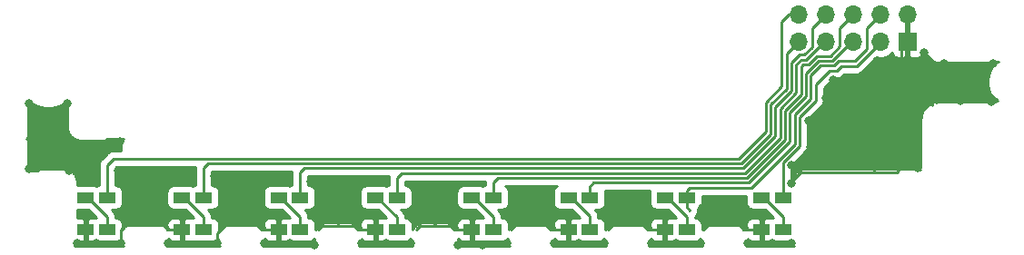
<source format=gtl>
G04 #@! TF.GenerationSoftware,KiCad,Pcbnew,(5.1.6-0-10_14)*
G04 #@! TF.CreationDate,2021-01-14T22:31:30+09:00*
G04 #@! TF.ProjectId,qPCR-photoarray-series,71504352-2d70-4686-9f74-6f6172726179,rev?*
G04 #@! TF.SameCoordinates,Original*
G04 #@! TF.FileFunction,Copper,L1,Top*
G04 #@! TF.FilePolarity,Positive*
%FSLAX46Y46*%
G04 Gerber Fmt 4.6, Leading zero omitted, Abs format (unit mm)*
G04 Created by KiCad (PCBNEW (5.1.6-0-10_14)) date 2021-01-14 22:31:30*
%MOMM*%
%LPD*%
G01*
G04 APERTURE LIST*
G04 #@! TA.AperFunction,ComponentPad*
%ADD10O,1.700000X1.700000*%
G04 #@! TD*
G04 #@! TA.AperFunction,ComponentPad*
%ADD11R,1.700000X1.700000*%
G04 #@! TD*
G04 #@! TA.AperFunction,SMDPad,CuDef*
%ADD12R,1.600000X1.000000*%
G04 #@! TD*
G04 #@! TA.AperFunction,ViaPad*
%ADD13C,0.800000*%
G04 #@! TD*
G04 #@! TA.AperFunction,Conductor*
%ADD14C,0.250000*%
G04 #@! TD*
G04 #@! TA.AperFunction,Conductor*
%ADD15C,0.254000*%
G04 #@! TD*
G04 APERTURE END LIST*
D10*
G04 #@! TO.P,U1,10*
G04 #@! TO.N,OUT1*
X182935000Y-89460000D03*
G04 #@! TO.P,U1,9*
G04 #@! TO.N,OUT2*
X182935000Y-92000000D03*
G04 #@! TO.P,U1,8*
G04 #@! TO.N,OUT3*
X185475000Y-89460000D03*
G04 #@! TO.P,U1,7*
G04 #@! TO.N,OUT4*
X185475000Y-92000000D03*
G04 #@! TO.P,U1,6*
G04 #@! TO.N,OUT5*
X188015000Y-89460000D03*
G04 #@! TO.P,U1,5*
G04 #@! TO.N,OUT6*
X188015000Y-92000000D03*
G04 #@! TO.P,U1,4*
G04 #@! TO.N,OUT7*
X190555000Y-89460000D03*
G04 #@! TO.P,U1,3*
G04 #@! TO.N,OUT8*
X190555000Y-92000000D03*
G04 #@! TO.P,U1,2*
G04 #@! TO.N,GND*
X193095000Y-89460000D03*
D11*
G04 #@! TO.P,U1,1*
X193095000Y-92000000D03*
G04 #@! TD*
D12*
G04 #@! TO.P,D10,1*
G04 #@! TO.N,OUT5*
X154500000Y-106500000D03*
G04 #@! TO.P,D10,2*
G04 #@! TO.N,Net-(D10-Pad2)*
X154500000Y-109500000D03*
G04 #@! TD*
G04 #@! TO.P,D4,1*
G04 #@! TO.N,OUT2*
X127500000Y-106500000D03*
G04 #@! TO.P,D4,2*
G04 #@! TO.N,Net-(D3-Pad1)*
X127500000Y-109500000D03*
G04 #@! TD*
G04 #@! TO.P,D2,1*
G04 #@! TO.N,OUT1*
X118500000Y-106500000D03*
G04 #@! TO.P,D2,2*
G04 #@! TO.N,Net-(D1-Pad1)*
X118500000Y-109500000D03*
G04 #@! TD*
G04 #@! TO.P,D1,1*
G04 #@! TO.N,Net-(D1-Pad1)*
X116500000Y-106500000D03*
G04 #@! TO.P,D1,2*
G04 #@! TO.N,GND*
X116500000Y-109500000D03*
G04 #@! TD*
G04 #@! TO.P,D3,1*
G04 #@! TO.N,Net-(D3-Pad1)*
X125500000Y-106500000D03*
G04 #@! TO.P,D3,2*
G04 #@! TO.N,GND*
X125500000Y-109500000D03*
G04 #@! TD*
G04 #@! TO.P,D5,1*
G04 #@! TO.N,Net-(D5-Pad1)*
X134500000Y-106500000D03*
G04 #@! TO.P,D5,2*
G04 #@! TO.N,GND*
X134500000Y-109500000D03*
G04 #@! TD*
G04 #@! TO.P,D6,1*
G04 #@! TO.N,OUT3*
X136500000Y-106500000D03*
G04 #@! TO.P,D6,2*
G04 #@! TO.N,Net-(D5-Pad1)*
X136500000Y-109500000D03*
G04 #@! TD*
G04 #@! TO.P,D7,1*
G04 #@! TO.N,Net-(D7-Pad1)*
X143500000Y-106500000D03*
G04 #@! TO.P,D7,2*
G04 #@! TO.N,GND*
X143500000Y-109500000D03*
G04 #@! TD*
G04 #@! TO.P,D8,1*
G04 #@! TO.N,OUT4*
X145500000Y-106500000D03*
G04 #@! TO.P,D8,2*
G04 #@! TO.N,Net-(D7-Pad1)*
X145500000Y-109500000D03*
G04 #@! TD*
G04 #@! TO.P,D9,1*
G04 #@! TO.N,Net-(D10-Pad2)*
X152500000Y-106500000D03*
G04 #@! TO.P,D9,2*
G04 #@! TO.N,GND*
X152500000Y-109500000D03*
G04 #@! TD*
G04 #@! TO.P,D11,1*
G04 #@! TO.N,Net-(D11-Pad1)*
X161500000Y-106500000D03*
G04 #@! TO.P,D11,2*
G04 #@! TO.N,GND*
X161500000Y-109500000D03*
G04 #@! TD*
G04 #@! TO.P,D12,1*
G04 #@! TO.N,OUT6*
X163500000Y-106500000D03*
G04 #@! TO.P,D12,2*
G04 #@! TO.N,Net-(D11-Pad1)*
X163500000Y-109500000D03*
G04 #@! TD*
G04 #@! TO.P,D13,1*
G04 #@! TO.N,Net-(D13-Pad1)*
X170500000Y-106500000D03*
G04 #@! TO.P,D13,2*
G04 #@! TO.N,GND*
X170500000Y-109500000D03*
G04 #@! TD*
G04 #@! TO.P,D14,1*
G04 #@! TO.N,OUT7*
X172500000Y-106500000D03*
G04 #@! TO.P,D14,2*
G04 #@! TO.N,Net-(D13-Pad1)*
X172500000Y-109500000D03*
G04 #@! TD*
G04 #@! TO.P,D15,1*
G04 #@! TO.N,Net-(D15-Pad1)*
X179500000Y-106500000D03*
G04 #@! TO.P,D15,2*
G04 #@! TO.N,GND*
X179500000Y-109500000D03*
G04 #@! TD*
G04 #@! TO.P,D16,1*
G04 #@! TO.N,OUT8*
X181500000Y-106500000D03*
G04 #@! TO.P,D16,2*
G04 #@! TO.N,Net-(D15-Pad1)*
X181500000Y-109500000D03*
G04 #@! TD*
D13*
G04 #@! TO.N,GND*
X111200000Y-97700000D03*
X194500000Y-97000000D03*
X195800000Y-97400000D03*
X194600000Y-93000000D03*
X201100000Y-94000000D03*
X198200000Y-95500000D03*
X196500000Y-94000000D03*
X200000000Y-95000000D03*
X114800000Y-97700000D03*
X111400000Y-101100000D03*
X111200000Y-103800000D03*
X119700000Y-101300000D03*
X115000000Y-101000000D03*
X115000000Y-104000000D03*
X119500000Y-104000000D03*
X124500000Y-104000000D03*
X122000000Y-108500000D03*
X117500000Y-110800000D03*
X135500000Y-110800000D03*
X144500000Y-110800000D03*
X153500000Y-110900000D03*
X162500000Y-110800000D03*
X171500000Y-110800000D03*
X180500000Y-110800000D03*
X182300000Y-110800000D03*
X178200000Y-110800000D03*
X173800000Y-110800000D03*
X169200000Y-110800000D03*
X164800000Y-110800000D03*
X160200000Y-110800000D03*
X155800000Y-110800000D03*
X151200000Y-110900000D03*
X146800000Y-110800000D03*
X142200000Y-110800000D03*
X137800000Y-110900000D03*
X133200000Y-110800000D03*
X128800000Y-110800000D03*
X124200000Y-110800000D03*
X119800000Y-110800000D03*
X115700000Y-110800000D03*
X122000000Y-106000000D03*
X131000000Y-106000000D03*
X131000000Y-108500000D03*
X128500000Y-104500000D03*
X133500000Y-104500000D03*
X140000000Y-108500000D03*
X140000000Y-106000000D03*
X142500000Y-105000000D03*
X137500000Y-105000000D03*
X149000000Y-108500000D03*
X149000000Y-106500000D03*
X147500000Y-105980000D03*
X150260000Y-105840000D03*
X158000000Y-108500000D03*
X158000000Y-106500000D03*
X156430000Y-106130000D03*
X159800000Y-106000000D03*
X176000000Y-108500000D03*
X174000000Y-107500000D03*
X177700000Y-106700000D03*
X190000000Y-103500000D03*
X192000000Y-98000000D03*
X191000000Y-96000000D03*
X193000000Y-95500000D03*
X200900000Y-97600000D03*
X198000000Y-97500000D03*
X113000000Y-103000000D03*
X113000000Y-99000000D03*
X116300000Y-102700000D03*
X167000000Y-108500000D03*
X168600000Y-106500000D03*
X167100000Y-106400000D03*
X194000000Y-103700000D03*
X182270000Y-105210000D03*
X186170000Y-95550000D03*
X183870000Y-99300000D03*
X185460000Y-97210000D03*
X182290000Y-103500000D03*
X184060000Y-101800000D03*
X185160000Y-103250000D03*
X186050000Y-100480000D03*
X187920000Y-97820000D03*
X188880000Y-95070000D03*
X191150000Y-94000000D03*
X189710000Y-96810000D03*
X188360000Y-99900000D03*
X187720000Y-102240000D03*
X191340000Y-99820000D03*
X191520000Y-102240000D03*
X193810000Y-100870000D03*
G04 #@! TD*
D14*
G04 #@! TO.N,GND*
X193095000Y-99460000D02*
X193095000Y-102000000D01*
X194500000Y-98055000D02*
X194500000Y-97000000D01*
X193095000Y-99460000D02*
X194500000Y-98055000D01*
X194500000Y-96000000D02*
X192500000Y-94000000D01*
X194500000Y-97000000D02*
X194500000Y-96000000D01*
X192500000Y-92595000D02*
X193095000Y-92000000D01*
X192500000Y-94000000D02*
X192500000Y-92595000D01*
X193095000Y-89460000D02*
X193095000Y-92000000D01*
X196100000Y-94500000D02*
X196500000Y-94500000D01*
X199500000Y-94500000D02*
X200000000Y-95000000D01*
X201200000Y-93800000D02*
X200000000Y-95000000D01*
X201600000Y-93800000D02*
X201200000Y-93800000D01*
X200000000Y-96000000D02*
X200000000Y-95000000D01*
X198200000Y-94500000D02*
X199500000Y-94500000D01*
X198200000Y-96300000D02*
X198200000Y-94500000D01*
X196500000Y-94500000D02*
X198200000Y-94500000D01*
X195400000Y-94400000D02*
X195700000Y-94100000D01*
X195700000Y-94100000D02*
X196100000Y-94500000D01*
X194600000Y-93000000D02*
X195700000Y-94100000D01*
X194500000Y-97000000D02*
X195400000Y-97000000D01*
X195400000Y-97000000D02*
X195400000Y-94400000D01*
X195400000Y-97900000D02*
X195400000Y-97000000D01*
X119800000Y-109500000D02*
X120192144Y-109107856D01*
X124200000Y-109500000D02*
X125500000Y-109500000D01*
X123807856Y-109107856D02*
X124200000Y-109500000D01*
X132900000Y-109500000D02*
X134500000Y-109500000D01*
X132507856Y-109107856D02*
X132900000Y-109500000D01*
X138200000Y-109500000D02*
X138575754Y-109124246D01*
X141900000Y-109500000D02*
X143500000Y-109500000D01*
X141524246Y-109124246D02*
X141900000Y-109500000D01*
X150900000Y-109500000D02*
X152500000Y-109500000D01*
X147261496Y-109500000D02*
X147637250Y-109124246D01*
X150524246Y-109124246D02*
X150900000Y-109500000D01*
X156492144Y-109107856D02*
X159407856Y-109107856D01*
X156100000Y-109500000D02*
X156492144Y-109107856D01*
X159800000Y-109500000D02*
X161500000Y-109500000D01*
X159407856Y-109107856D02*
X159800000Y-109500000D01*
X165200000Y-109500000D02*
X165592144Y-109107856D01*
X168900000Y-109500000D02*
X170500000Y-109500000D01*
X168507856Y-109107856D02*
X168900000Y-109500000D01*
X174100000Y-109500000D02*
X174492144Y-109107856D01*
X177800000Y-109500000D02*
X179500000Y-109500000D01*
X177407856Y-109107856D02*
X177800000Y-109500000D01*
X112500000Y-99000000D02*
X113000000Y-99000000D01*
X111000000Y-97500000D02*
X112500000Y-99000000D01*
X113500000Y-99000000D02*
X113000000Y-99000000D01*
X115000000Y-97500000D02*
X113500000Y-99000000D01*
X111000000Y-101000000D02*
X113000000Y-99000000D01*
X115000000Y-101000000D02*
X113000000Y-99000000D01*
X113000000Y-103000000D02*
X115000000Y-101000000D01*
X115000000Y-101500000D02*
X115000000Y-101000000D01*
X116500000Y-103000000D02*
X115000000Y-101500000D01*
X118500000Y-101000000D02*
X116500000Y-103000000D01*
X120000000Y-101000000D02*
X118500000Y-101000000D01*
X118500000Y-111000000D02*
X120000000Y-111000000D01*
X117500000Y-111000000D02*
X118500000Y-111000000D01*
X122000000Y-109000000D02*
X121892144Y-109107856D01*
X122000000Y-108500000D02*
X122000000Y-109000000D01*
X121892144Y-109107856D02*
X123807856Y-109107856D01*
X120192144Y-109107856D02*
X121892144Y-109107856D01*
X122000000Y-106000000D02*
X122000000Y-108500000D01*
X121500000Y-106000000D02*
X122000000Y-106000000D01*
X119500000Y-104000000D02*
X121500000Y-106000000D01*
X122500000Y-106000000D02*
X122000000Y-106000000D01*
X124500000Y-104000000D02*
X122500000Y-106000000D01*
X131000000Y-109000000D02*
X130892144Y-109107856D01*
X130892144Y-109107856D02*
X132507856Y-109107856D01*
X131000000Y-108500000D02*
X131000000Y-109000000D01*
X124000000Y-111000000D02*
X126500000Y-111000000D01*
X127500000Y-111000000D02*
X129000000Y-111000000D01*
X126500000Y-111000000D02*
X127500000Y-111000000D01*
X131000000Y-106000000D02*
X131000000Y-108500000D01*
X129500000Y-104500000D02*
X131000000Y-106000000D01*
X128500000Y-104500000D02*
X129500000Y-104500000D01*
X132500000Y-104500000D02*
X131000000Y-106000000D01*
X133500000Y-104500000D02*
X132500000Y-104500000D01*
X133000000Y-111000000D02*
X135500000Y-111000000D01*
X136500000Y-111000000D02*
X138000000Y-111000000D01*
X135500000Y-111000000D02*
X136500000Y-111000000D01*
X139000000Y-105000000D02*
X140000000Y-106000000D01*
X137500000Y-105000000D02*
X139000000Y-105000000D01*
X141000000Y-105000000D02*
X140000000Y-106000000D01*
X142500000Y-105000000D02*
X141000000Y-105000000D01*
X140000000Y-106000000D02*
X140000000Y-108500000D01*
X140000000Y-109000000D02*
X140124246Y-109124246D01*
X140000000Y-108500000D02*
X140000000Y-109000000D01*
X140124246Y-109124246D02*
X141524246Y-109124246D01*
X138575754Y-109124246D02*
X140124246Y-109124246D01*
X142000000Y-111000000D02*
X144500000Y-111000000D01*
X145500000Y-111000000D02*
X147000000Y-111000000D01*
X144500000Y-111000000D02*
X145500000Y-111000000D01*
X149000000Y-106500000D02*
X149000000Y-108500000D01*
X149000000Y-109000000D02*
X149124246Y-109124246D01*
X149000000Y-108500000D02*
X149000000Y-109000000D01*
X149124246Y-109124246D02*
X150524246Y-109124246D01*
X147637250Y-109124246D02*
X149124246Y-109124246D01*
X151000000Y-111000000D02*
X153500000Y-111000000D01*
X154500000Y-111000000D02*
X156000000Y-111000000D01*
X153500000Y-111000000D02*
X154500000Y-111000000D01*
X158000000Y-106500000D02*
X158000000Y-108500000D01*
X158000000Y-108500000D02*
X158000000Y-109000000D01*
X160000000Y-111000000D02*
X162500000Y-111000000D01*
X163500000Y-111000000D02*
X165000000Y-111000000D01*
X162500000Y-111000000D02*
X163500000Y-111000000D01*
X167000000Y-109000000D02*
X167107856Y-109107856D01*
X167000000Y-108500000D02*
X167000000Y-109000000D01*
X167107856Y-109107856D02*
X168507856Y-109107856D01*
X165592144Y-109107856D02*
X167107856Y-109107856D01*
X169000000Y-111000000D02*
X171500000Y-111000000D01*
X172500000Y-111000000D02*
X174000000Y-111000000D01*
X171500000Y-111000000D02*
X172500000Y-111000000D01*
X175000000Y-107500000D02*
X176000000Y-108500000D01*
X174000000Y-107500000D02*
X175000000Y-107500000D01*
X178000000Y-106500000D02*
X176000000Y-108500000D01*
X176000000Y-108500000D02*
X176000000Y-109000000D01*
X176000000Y-109000000D02*
X175892144Y-109107856D01*
X175892144Y-109107856D02*
X177407856Y-109107856D01*
X174492144Y-109107856D02*
X175892144Y-109107856D01*
X178000000Y-111000000D02*
X180500000Y-111000000D01*
X181500000Y-111000000D02*
X182500000Y-111000000D01*
X180500000Y-111000000D02*
X181500000Y-111000000D01*
X192000000Y-98365000D02*
X193095000Y-99460000D01*
X192000000Y-98000000D02*
X192000000Y-98365000D01*
X190000000Y-95000000D02*
X191000000Y-96000000D01*
X190000000Y-93500000D02*
X190000000Y-95000000D01*
X191500000Y-95500000D02*
X191000000Y-96000000D01*
X193000000Y-95500000D02*
X191500000Y-95500000D01*
X198000000Y-96500000D02*
X198200000Y-96300000D01*
X198000000Y-97500000D02*
X198000000Y-96500000D01*
X201500000Y-97500000D02*
X200000000Y-96000000D01*
X193095000Y-103100000D02*
X192070010Y-104124990D01*
X193095000Y-102000000D02*
X193095000Y-103100000D01*
X190000000Y-104049980D02*
X189924990Y-104124990D01*
X190000000Y-103500000D02*
X190000000Y-104049980D01*
X192070010Y-104124990D02*
X189924990Y-104124990D01*
X193500000Y-103100000D02*
X193095000Y-103100000D01*
X194300000Y-103900000D02*
X193500000Y-103100000D01*
X112000000Y-104000000D02*
X113000000Y-103000000D01*
X111000000Y-104000000D02*
X112000000Y-104000000D01*
X201000000Y-97500000D02*
X200900000Y-97600000D01*
X201500000Y-97500000D02*
X201000000Y-97500000D01*
X116500000Y-110950000D02*
X116550000Y-111000000D01*
X116500000Y-109500000D02*
X116500000Y-110950000D01*
X116550000Y-111000000D02*
X117500000Y-111000000D01*
X115500000Y-111000000D02*
X116550000Y-111000000D01*
X119800000Y-109500000D02*
X119800000Y-110800000D01*
X128800000Y-109800000D02*
X128800000Y-110800000D01*
X129492144Y-109107856D02*
X128800000Y-109800000D01*
X130892144Y-109107856D02*
X129492144Y-109107856D01*
X182410000Y-104851496D02*
X182410000Y-105370000D01*
X183136506Y-104124990D02*
X182410000Y-104851496D01*
X189924990Y-104124990D02*
X183136506Y-104124990D01*
G04 #@! TO.N,OUT1*
X182040000Y-89460000D02*
X182935000Y-89460000D01*
X181375010Y-90124990D02*
X182040000Y-89460000D01*
X181375010Y-94524990D02*
X181375010Y-90124990D01*
X181375010Y-94655334D02*
X181375010Y-94524990D01*
X179875010Y-97655334D02*
X181375010Y-96155334D01*
X177225009Y-102875009D02*
X177225010Y-102875011D01*
X177225010Y-102875011D02*
X177386674Y-102875010D01*
X181375010Y-96155334D02*
X181375010Y-94524990D01*
X179875010Y-100386674D02*
X179875010Y-97655334D01*
X177386674Y-102875010D02*
X179875010Y-100386674D01*
X177224268Y-102875753D02*
X177225010Y-102875011D01*
X119074247Y-102875753D02*
X177224268Y-102875753D01*
X118500000Y-103450000D02*
X119074247Y-102875753D01*
X118500000Y-106500000D02*
X118500000Y-103450000D01*
G04 #@! TO.N,OUT2*
X127500000Y-106500000D02*
X127500000Y-103745763D01*
X127500000Y-103745763D02*
X127920000Y-103325763D01*
X177572330Y-103325763D02*
X177573075Y-103325019D01*
X127920000Y-103325763D02*
X177572330Y-103325763D01*
X177573075Y-103325019D02*
X180325020Y-100573074D01*
X180325020Y-97841734D02*
X181825020Y-96341734D01*
X180325020Y-100573074D02*
X180325020Y-97841734D01*
X181825020Y-93109980D02*
X182935000Y-92000000D01*
X181825020Y-96341734D02*
X181825020Y-93109980D01*
G04 #@! TO.N,OUT3*
X184200000Y-90735000D02*
X185475000Y-89460000D01*
X184200000Y-92466754D02*
X184200000Y-90735000D01*
X136500000Y-106500000D02*
X136500000Y-104175773D01*
X136500000Y-104175773D02*
X136900000Y-103775773D01*
X177758730Y-103775773D02*
X180775030Y-100759474D01*
X136900000Y-103775773D02*
X177758730Y-103775773D01*
X180775030Y-100759474D02*
X180775030Y-98028134D01*
X180775030Y-98028134D02*
X182275030Y-96528134D01*
X182275030Y-93914970D02*
X183000000Y-93190000D01*
X182275030Y-96528134D02*
X182275030Y-93914970D01*
X183476754Y-93190000D02*
X184200000Y-92466754D01*
X183000000Y-93190000D02*
X183476754Y-93190000D01*
G04 #@! TO.N,OUT4*
X183663155Y-93640009D02*
X185303164Y-92000000D01*
X183186400Y-93640010D02*
X183663155Y-93640009D01*
X185303164Y-92000000D02*
X185475000Y-92000000D01*
X182725039Y-94101371D02*
X183186400Y-93640010D01*
X182725039Y-96714535D02*
X182725039Y-94101371D01*
X181225040Y-100945874D02*
X181225040Y-98214534D01*
X177945131Y-104225782D02*
X181225040Y-100945874D01*
X145970000Y-104225783D02*
X177945131Y-104225782D01*
X145500000Y-104695783D02*
X145970000Y-104225783D01*
X181225040Y-98214534D02*
X182725039Y-96714535D01*
X145500000Y-106500000D02*
X145500000Y-104695783D01*
G04 #@! TO.N,OUT5*
X186800000Y-92414002D02*
X186800000Y-90675000D01*
X185914002Y-93300000D02*
X186800000Y-92414002D01*
X154500000Y-106500000D02*
X154780000Y-106500000D01*
X186800000Y-90675000D02*
X188015000Y-89460000D01*
X154500000Y-106500000D02*
X154500000Y-105065792D01*
X154500000Y-105065792D02*
X154890000Y-104675791D01*
X178131532Y-104675791D02*
X181675050Y-101132274D01*
X154890000Y-104675791D02*
X178131532Y-104675791D01*
X181675050Y-98400934D02*
X183175049Y-96900935D01*
X181675050Y-101132274D02*
X181675050Y-98400934D01*
X183175049Y-96900935D02*
X183175049Y-94287771D01*
X183175049Y-94287771D02*
X183372801Y-94090019D01*
X184639572Y-93300000D02*
X185914002Y-93300000D01*
X183849554Y-94090018D02*
X184639572Y-93300000D01*
X183372801Y-94090019D02*
X183849554Y-94090018D01*
G04 #@! TO.N,OUT6*
X184825972Y-93750010D02*
X186100403Y-93750009D01*
X183625059Y-97087335D02*
X183625059Y-94950923D01*
X182125060Y-98587334D02*
X183625059Y-97087335D01*
X186100403Y-93750009D02*
X187850412Y-92000000D01*
X163850000Y-105125801D02*
X178317933Y-105125800D01*
X182125060Y-101318674D02*
X182125060Y-98587334D01*
X163500000Y-105475801D02*
X163850000Y-105125801D01*
X178317933Y-105125800D02*
X182125060Y-101318674D01*
X187850412Y-92000000D02*
X188015000Y-92000000D01*
X183625059Y-94950923D02*
X184825972Y-93750010D01*
X163500000Y-106500000D02*
X163500000Y-105475801D01*
G04 #@! TO.N,OUT7*
X172500000Y-106500000D02*
X172500000Y-107400000D01*
X172500000Y-107400000D02*
X172800000Y-107700000D01*
X189300000Y-90715000D02*
X190555000Y-89460000D01*
X189300000Y-92644000D02*
X189300000Y-90715000D01*
X185012373Y-94200019D02*
X186286802Y-94200018D01*
X186286802Y-94200018D02*
X186706820Y-93780000D01*
X184075069Y-95137323D02*
X185012373Y-94200019D01*
X184075069Y-97273735D02*
X184075069Y-95137323D01*
X186706820Y-93780000D02*
X188164000Y-93780000D01*
X178504334Y-105575809D02*
X182575070Y-101505074D01*
X182575070Y-98773734D02*
X184075069Y-97273735D01*
X172500000Y-105850000D02*
X172774191Y-105575809D01*
X172774191Y-105575809D02*
X178504334Y-105575809D01*
X182575070Y-101505074D02*
X182575070Y-98773734D01*
X188164000Y-93780000D02*
X189300000Y-92644000D01*
X172500000Y-106500000D02*
X172500000Y-105850000D01*
G04 #@! TO.N,OUT8*
X186473203Y-94650027D02*
X186893220Y-94230010D01*
X184525079Y-95934921D02*
X185809973Y-94650027D01*
X186893220Y-94230010D02*
X188350401Y-94230009D01*
X185809973Y-94650027D02*
X186473203Y-94650027D01*
X183025080Y-98960134D02*
X184525079Y-97460135D01*
X181500000Y-106500000D02*
X181500000Y-103216553D01*
X184525079Y-97460135D02*
X184525079Y-95934921D01*
X190555000Y-92025410D02*
X190555000Y-92000000D01*
X183025080Y-101691474D02*
X183025080Y-98960134D01*
X188350401Y-94230009D02*
X190555000Y-92025410D01*
X181500000Y-103216553D02*
X183025080Y-101691474D01*
G04 #@! TO.N,Net-(D15-Pad1)*
X179500000Y-106500000D02*
X179200000Y-106500000D01*
G04 #@! TO.N,Net-(D1-Pad1)*
X118500000Y-109500000D02*
X118500000Y-108285001D01*
X116714999Y-106500000D02*
X116500000Y-106500000D01*
X118500000Y-108285001D02*
X116714999Y-106500000D01*
G04 #@! TO.N,Net-(D3-Pad1)*
X127500000Y-109500000D02*
X127500000Y-108280000D01*
X125720000Y-106500000D02*
X125500000Y-106500000D01*
X127500000Y-108280000D02*
X125720000Y-106500000D01*
G04 #@! TO.N,Net-(D5-Pad1)*
X136500000Y-109500000D02*
X136500000Y-108270000D01*
X134730000Y-106500000D02*
X134500000Y-106500000D01*
X136500000Y-108270000D02*
X134730000Y-106500000D01*
G04 #@! TO.N,Net-(D7-Pad1)*
X145500000Y-108310000D02*
X143690000Y-106500000D01*
X143690000Y-106500000D02*
X143500000Y-106500000D01*
X145500000Y-109500000D02*
X145500000Y-108310000D01*
G04 #@! TO.N,Net-(D10-Pad2)*
X154500000Y-109500000D02*
X154500000Y-108280000D01*
X152720000Y-106500000D02*
X152500000Y-106500000D01*
X154500000Y-108280000D02*
X152720000Y-106500000D01*
G04 #@! TO.N,Net-(D11-Pad1)*
X163500000Y-109500000D02*
X163500000Y-108260000D01*
X161740000Y-106500000D02*
X161500000Y-106500000D01*
X163500000Y-108260000D02*
X161740000Y-106500000D01*
G04 #@! TO.N,Net-(D13-Pad1)*
X172500000Y-109500000D02*
X172500000Y-108275001D01*
X170724999Y-106500000D02*
X170500000Y-106500000D01*
X172500000Y-108275001D02*
X170724999Y-106500000D01*
G04 #@! TO.N,Net-(D15-Pad1)*
X181500000Y-109500000D02*
X181500000Y-108270000D01*
X179730000Y-106500000D02*
X179500000Y-106500000D01*
X181500000Y-108270000D02*
X179730000Y-106500000D01*
G04 #@! TD*
D15*
G04 #@! TO.N,GND*
G36*
X178061928Y-107000000D02*
G01*
X178074188Y-107124482D01*
X178110498Y-107244180D01*
X178169463Y-107354494D01*
X178248815Y-107451185D01*
X178345506Y-107530537D01*
X178455820Y-107589502D01*
X178575518Y-107625812D01*
X178700000Y-107638072D01*
X179793271Y-107638072D01*
X180540123Y-108384925D01*
X180500000Y-108397096D01*
X180424482Y-108374188D01*
X180300000Y-108361928D01*
X179785750Y-108365000D01*
X179627000Y-108523750D01*
X179627000Y-109373000D01*
X179647000Y-109373000D01*
X179647000Y-109627000D01*
X179627000Y-109627000D01*
X179627000Y-110476250D01*
X179785750Y-110635000D01*
X180300000Y-110638072D01*
X180424482Y-110625812D01*
X180500000Y-110602904D01*
X180575518Y-110625812D01*
X180700000Y-110638072D01*
X182300000Y-110638072D01*
X182315000Y-110636595D01*
X182315000Y-110815000D01*
X178185000Y-110815000D01*
X178185000Y-110373426D01*
X178248815Y-110451185D01*
X178345506Y-110530537D01*
X178455820Y-110589502D01*
X178575518Y-110625812D01*
X178700000Y-110638072D01*
X179214250Y-110635000D01*
X179373000Y-110476250D01*
X179373000Y-109627000D01*
X179353000Y-109627000D01*
X179353000Y-109373000D01*
X179373000Y-109373000D01*
X179373000Y-108523750D01*
X179214250Y-108365000D01*
X178700000Y-108361928D01*
X178575518Y-108374188D01*
X178455820Y-108410498D01*
X178345506Y-108469463D01*
X178248815Y-108548815D01*
X178169463Y-108645506D01*
X178110498Y-108755820D01*
X178074188Y-108875518D01*
X178061928Y-109000000D01*
X178065000Y-109214250D01*
X178223748Y-109372998D01*
X178065000Y-109372998D01*
X178065000Y-109483278D01*
X178063489Y-109480436D01*
X178017077Y-109394598D01*
X177982350Y-109343115D01*
X177948364Y-109291179D01*
X177942320Y-109283767D01*
X177880118Y-109208579D01*
X177836051Y-109164818D01*
X177792630Y-109120478D01*
X177785261Y-109114381D01*
X177709640Y-109052706D01*
X177657959Y-109018368D01*
X177606694Y-108983267D01*
X177598281Y-108978718D01*
X177512120Y-108932906D01*
X177454704Y-108909242D01*
X177397661Y-108884792D01*
X177388525Y-108881964D01*
X177295107Y-108853759D01*
X177234195Y-108841698D01*
X177173471Y-108828791D01*
X177163959Y-108827791D01*
X177066841Y-108818269D01*
X177066837Y-108818269D01*
X177033647Y-108815000D01*
X174966353Y-108815000D01*
X174937399Y-108817852D01*
X174934427Y-108817831D01*
X174924909Y-108818764D01*
X174876790Y-108823821D01*
X174865717Y-108824912D01*
X174865348Y-108825024D01*
X174827860Y-108828964D01*
X174767017Y-108841453D01*
X174706058Y-108853082D01*
X174696902Y-108855846D01*
X174603683Y-108884702D01*
X174546434Y-108908768D01*
X174488881Y-108932021D01*
X174480436Y-108936511D01*
X174394598Y-108982923D01*
X174343115Y-109017650D01*
X174291179Y-109051636D01*
X174283767Y-109057680D01*
X174208579Y-109119882D01*
X174164818Y-109163949D01*
X174120478Y-109207370D01*
X174114381Y-109214739D01*
X174052706Y-109290360D01*
X174018368Y-109342041D01*
X173983267Y-109393306D01*
X173978718Y-109401719D01*
X173938072Y-109478164D01*
X173938072Y-109000000D01*
X173925812Y-108875518D01*
X173889502Y-108755820D01*
X173830537Y-108645506D01*
X173751185Y-108548815D01*
X173654494Y-108469463D01*
X173544180Y-108410498D01*
X173424482Y-108374188D01*
X173300000Y-108361928D01*
X173260000Y-108361928D01*
X173260000Y-108312323D01*
X173260714Y-108305070D01*
X173340001Y-108240001D01*
X173434974Y-108124276D01*
X173505546Y-107992246D01*
X173549002Y-107848985D01*
X173563676Y-107699999D01*
X173552362Y-107585128D01*
X173654494Y-107530537D01*
X173751185Y-107451185D01*
X173830537Y-107354494D01*
X173889502Y-107244180D01*
X173925812Y-107124482D01*
X173938072Y-107000000D01*
X173938072Y-106335809D01*
X178061928Y-106335809D01*
X178061928Y-107000000D01*
G37*
X178061928Y-107000000D02*
X178074188Y-107124482D01*
X178110498Y-107244180D01*
X178169463Y-107354494D01*
X178248815Y-107451185D01*
X178345506Y-107530537D01*
X178455820Y-107589502D01*
X178575518Y-107625812D01*
X178700000Y-107638072D01*
X179793271Y-107638072D01*
X180540123Y-108384925D01*
X180500000Y-108397096D01*
X180424482Y-108374188D01*
X180300000Y-108361928D01*
X179785750Y-108365000D01*
X179627000Y-108523750D01*
X179627000Y-109373000D01*
X179647000Y-109373000D01*
X179647000Y-109627000D01*
X179627000Y-109627000D01*
X179627000Y-110476250D01*
X179785750Y-110635000D01*
X180300000Y-110638072D01*
X180424482Y-110625812D01*
X180500000Y-110602904D01*
X180575518Y-110625812D01*
X180700000Y-110638072D01*
X182300000Y-110638072D01*
X182315000Y-110636595D01*
X182315000Y-110815000D01*
X178185000Y-110815000D01*
X178185000Y-110373426D01*
X178248815Y-110451185D01*
X178345506Y-110530537D01*
X178455820Y-110589502D01*
X178575518Y-110625812D01*
X178700000Y-110638072D01*
X179214250Y-110635000D01*
X179373000Y-110476250D01*
X179373000Y-109627000D01*
X179353000Y-109627000D01*
X179353000Y-109373000D01*
X179373000Y-109373000D01*
X179373000Y-108523750D01*
X179214250Y-108365000D01*
X178700000Y-108361928D01*
X178575518Y-108374188D01*
X178455820Y-108410498D01*
X178345506Y-108469463D01*
X178248815Y-108548815D01*
X178169463Y-108645506D01*
X178110498Y-108755820D01*
X178074188Y-108875518D01*
X178061928Y-109000000D01*
X178065000Y-109214250D01*
X178223748Y-109372998D01*
X178065000Y-109372998D01*
X178065000Y-109483278D01*
X178063489Y-109480436D01*
X178017077Y-109394598D01*
X177982350Y-109343115D01*
X177948364Y-109291179D01*
X177942320Y-109283767D01*
X177880118Y-109208579D01*
X177836051Y-109164818D01*
X177792630Y-109120478D01*
X177785261Y-109114381D01*
X177709640Y-109052706D01*
X177657959Y-109018368D01*
X177606694Y-108983267D01*
X177598281Y-108978718D01*
X177512120Y-108932906D01*
X177454704Y-108909242D01*
X177397661Y-108884792D01*
X177388525Y-108881964D01*
X177295107Y-108853759D01*
X177234195Y-108841698D01*
X177173471Y-108828791D01*
X177163959Y-108827791D01*
X177066841Y-108818269D01*
X177066837Y-108818269D01*
X177033647Y-108815000D01*
X174966353Y-108815000D01*
X174937399Y-108817852D01*
X174934427Y-108817831D01*
X174924909Y-108818764D01*
X174876790Y-108823821D01*
X174865717Y-108824912D01*
X174865348Y-108825024D01*
X174827860Y-108828964D01*
X174767017Y-108841453D01*
X174706058Y-108853082D01*
X174696902Y-108855846D01*
X174603683Y-108884702D01*
X174546434Y-108908768D01*
X174488881Y-108932021D01*
X174480436Y-108936511D01*
X174394598Y-108982923D01*
X174343115Y-109017650D01*
X174291179Y-109051636D01*
X174283767Y-109057680D01*
X174208579Y-109119882D01*
X174164818Y-109163949D01*
X174120478Y-109207370D01*
X174114381Y-109214739D01*
X174052706Y-109290360D01*
X174018368Y-109342041D01*
X173983267Y-109393306D01*
X173978718Y-109401719D01*
X173938072Y-109478164D01*
X173938072Y-109000000D01*
X173925812Y-108875518D01*
X173889502Y-108755820D01*
X173830537Y-108645506D01*
X173751185Y-108548815D01*
X173654494Y-108469463D01*
X173544180Y-108410498D01*
X173424482Y-108374188D01*
X173300000Y-108361928D01*
X173260000Y-108361928D01*
X173260000Y-108312323D01*
X173260714Y-108305070D01*
X173340001Y-108240001D01*
X173434974Y-108124276D01*
X173505546Y-107992246D01*
X173549002Y-107848985D01*
X173563676Y-107699999D01*
X173552362Y-107585128D01*
X173654494Y-107530537D01*
X173751185Y-107451185D01*
X173830537Y-107354494D01*
X173889502Y-107244180D01*
X173925812Y-107124482D01*
X173938072Y-107000000D01*
X173938072Y-106335809D01*
X178061928Y-106335809D01*
X178061928Y-107000000D01*
G36*
X144750998Y-104546797D02*
G01*
X144740827Y-104650060D01*
X144736324Y-104695783D01*
X144740001Y-104733115D01*
X144740001Y-105361928D01*
X144700000Y-105361928D01*
X144575518Y-105374188D01*
X144500000Y-105397096D01*
X144424482Y-105374188D01*
X144300000Y-105361928D01*
X142700000Y-105361928D01*
X142575518Y-105374188D01*
X142455820Y-105410498D01*
X142345506Y-105469463D01*
X142248815Y-105548815D01*
X142169463Y-105645506D01*
X142110498Y-105755820D01*
X142074188Y-105875518D01*
X142061928Y-106000000D01*
X142061928Y-107000000D01*
X142074188Y-107124482D01*
X142110498Y-107244180D01*
X142169463Y-107354494D01*
X142248815Y-107451185D01*
X142345506Y-107530537D01*
X142455820Y-107589502D01*
X142575518Y-107625812D01*
X142700000Y-107638072D01*
X143753271Y-107638072D01*
X144509433Y-108394235D01*
X144500000Y-108397096D01*
X144424482Y-108374188D01*
X144300000Y-108361928D01*
X143785750Y-108365000D01*
X143627000Y-108523750D01*
X143627000Y-109373000D01*
X143647000Y-109373000D01*
X143647000Y-109627000D01*
X143627000Y-109627000D01*
X143627000Y-110476250D01*
X143785750Y-110635000D01*
X144300000Y-110638072D01*
X144424482Y-110625812D01*
X144500000Y-110602904D01*
X144575518Y-110625812D01*
X144700000Y-110638072D01*
X146300000Y-110638072D01*
X146424482Y-110625812D01*
X146544180Y-110589502D01*
X146654494Y-110530537D01*
X146751185Y-110451185D01*
X146815001Y-110373425D01*
X146815000Y-110815000D01*
X142185000Y-110815000D01*
X142185000Y-110373426D01*
X142248815Y-110451185D01*
X142345506Y-110530537D01*
X142455820Y-110589502D01*
X142575518Y-110625812D01*
X142700000Y-110638072D01*
X143214250Y-110635000D01*
X143373000Y-110476250D01*
X143373000Y-109627000D01*
X143353000Y-109627000D01*
X143353000Y-109373000D01*
X143373000Y-109373000D01*
X143373000Y-108523750D01*
X143214250Y-108365000D01*
X142700000Y-108361928D01*
X142575518Y-108374188D01*
X142455820Y-108410498D01*
X142345506Y-108469463D01*
X142248815Y-108548815D01*
X142169463Y-108645506D01*
X142110498Y-108755820D01*
X142074188Y-108875518D01*
X142061928Y-109000000D01*
X142065000Y-109214250D01*
X142223748Y-109372998D01*
X142065000Y-109372998D01*
X142065000Y-109483278D01*
X142063489Y-109480436D01*
X142017077Y-109394598D01*
X141982350Y-109343115D01*
X141948364Y-109291179D01*
X141942320Y-109283767D01*
X141880118Y-109208579D01*
X141836051Y-109164818D01*
X141792630Y-109120478D01*
X141785261Y-109114381D01*
X141709640Y-109052706D01*
X141657959Y-109018368D01*
X141606694Y-108983267D01*
X141598281Y-108978718D01*
X141512120Y-108932906D01*
X141454704Y-108909242D01*
X141397661Y-108884792D01*
X141388525Y-108881964D01*
X141295107Y-108853759D01*
X141234195Y-108841698D01*
X141173471Y-108828791D01*
X141163959Y-108827791D01*
X141066841Y-108818269D01*
X141066837Y-108818269D01*
X141033647Y-108815000D01*
X138966353Y-108815000D01*
X138937399Y-108817852D01*
X138934427Y-108817831D01*
X138924909Y-108818764D01*
X138876790Y-108823821D01*
X138865717Y-108824912D01*
X138865348Y-108825024D01*
X138827860Y-108828964D01*
X138767017Y-108841453D01*
X138706058Y-108853082D01*
X138696902Y-108855846D01*
X138603683Y-108884702D01*
X138546434Y-108908768D01*
X138488881Y-108932021D01*
X138480436Y-108936511D01*
X138394598Y-108982923D01*
X138343115Y-109017650D01*
X138291179Y-109051636D01*
X138283767Y-109057680D01*
X138208579Y-109119882D01*
X138164818Y-109163949D01*
X138120478Y-109207370D01*
X138114381Y-109214739D01*
X138052706Y-109290360D01*
X138018368Y-109342041D01*
X137983267Y-109393306D01*
X137978718Y-109401719D01*
X137938072Y-109478164D01*
X137938072Y-109000000D01*
X137925812Y-108875518D01*
X137889502Y-108755820D01*
X137830537Y-108645506D01*
X137751185Y-108548815D01*
X137654494Y-108469463D01*
X137544180Y-108410498D01*
X137424482Y-108374188D01*
X137300000Y-108361928D01*
X137260000Y-108361928D01*
X137260000Y-108307322D01*
X137263676Y-108269999D01*
X137260000Y-108232677D01*
X137260000Y-108232667D01*
X137249003Y-108121014D01*
X137205546Y-107977753D01*
X137185367Y-107940001D01*
X137134974Y-107845723D01*
X137063799Y-107758997D01*
X137040001Y-107729999D01*
X137011003Y-107706201D01*
X136942874Y-107638072D01*
X137300000Y-107638072D01*
X137424482Y-107625812D01*
X137544180Y-107589502D01*
X137654494Y-107530537D01*
X137751185Y-107451185D01*
X137830537Y-107354494D01*
X137889502Y-107244180D01*
X137925812Y-107124482D01*
X137938072Y-107000000D01*
X137938072Y-106000000D01*
X137925812Y-105875518D01*
X137889502Y-105755820D01*
X137830537Y-105645506D01*
X137751185Y-105548815D01*
X137654494Y-105469463D01*
X137544180Y-105410498D01*
X137424482Y-105374188D01*
X137300000Y-105361928D01*
X137260000Y-105361928D01*
X137260000Y-104535773D01*
X144754342Y-104535773D01*
X144750998Y-104546797D01*
G37*
X144750998Y-104546797D02*
X144740827Y-104650060D01*
X144736324Y-104695783D01*
X144740001Y-104733115D01*
X144740001Y-105361928D01*
X144700000Y-105361928D01*
X144575518Y-105374188D01*
X144500000Y-105397096D01*
X144424482Y-105374188D01*
X144300000Y-105361928D01*
X142700000Y-105361928D01*
X142575518Y-105374188D01*
X142455820Y-105410498D01*
X142345506Y-105469463D01*
X142248815Y-105548815D01*
X142169463Y-105645506D01*
X142110498Y-105755820D01*
X142074188Y-105875518D01*
X142061928Y-106000000D01*
X142061928Y-107000000D01*
X142074188Y-107124482D01*
X142110498Y-107244180D01*
X142169463Y-107354494D01*
X142248815Y-107451185D01*
X142345506Y-107530537D01*
X142455820Y-107589502D01*
X142575518Y-107625812D01*
X142700000Y-107638072D01*
X143753271Y-107638072D01*
X144509433Y-108394235D01*
X144500000Y-108397096D01*
X144424482Y-108374188D01*
X144300000Y-108361928D01*
X143785750Y-108365000D01*
X143627000Y-108523750D01*
X143627000Y-109373000D01*
X143647000Y-109373000D01*
X143647000Y-109627000D01*
X143627000Y-109627000D01*
X143627000Y-110476250D01*
X143785750Y-110635000D01*
X144300000Y-110638072D01*
X144424482Y-110625812D01*
X144500000Y-110602904D01*
X144575518Y-110625812D01*
X144700000Y-110638072D01*
X146300000Y-110638072D01*
X146424482Y-110625812D01*
X146544180Y-110589502D01*
X146654494Y-110530537D01*
X146751185Y-110451185D01*
X146815001Y-110373425D01*
X146815000Y-110815000D01*
X142185000Y-110815000D01*
X142185000Y-110373426D01*
X142248815Y-110451185D01*
X142345506Y-110530537D01*
X142455820Y-110589502D01*
X142575518Y-110625812D01*
X142700000Y-110638072D01*
X143214250Y-110635000D01*
X143373000Y-110476250D01*
X143373000Y-109627000D01*
X143353000Y-109627000D01*
X143353000Y-109373000D01*
X143373000Y-109373000D01*
X143373000Y-108523750D01*
X143214250Y-108365000D01*
X142700000Y-108361928D01*
X142575518Y-108374188D01*
X142455820Y-108410498D01*
X142345506Y-108469463D01*
X142248815Y-108548815D01*
X142169463Y-108645506D01*
X142110498Y-108755820D01*
X142074188Y-108875518D01*
X142061928Y-109000000D01*
X142065000Y-109214250D01*
X142223748Y-109372998D01*
X142065000Y-109372998D01*
X142065000Y-109483278D01*
X142063489Y-109480436D01*
X142017077Y-109394598D01*
X141982350Y-109343115D01*
X141948364Y-109291179D01*
X141942320Y-109283767D01*
X141880118Y-109208579D01*
X141836051Y-109164818D01*
X141792630Y-109120478D01*
X141785261Y-109114381D01*
X141709640Y-109052706D01*
X141657959Y-109018368D01*
X141606694Y-108983267D01*
X141598281Y-108978718D01*
X141512120Y-108932906D01*
X141454704Y-108909242D01*
X141397661Y-108884792D01*
X141388525Y-108881964D01*
X141295107Y-108853759D01*
X141234195Y-108841698D01*
X141173471Y-108828791D01*
X141163959Y-108827791D01*
X141066841Y-108818269D01*
X141066837Y-108818269D01*
X141033647Y-108815000D01*
X138966353Y-108815000D01*
X138937399Y-108817852D01*
X138934427Y-108817831D01*
X138924909Y-108818764D01*
X138876790Y-108823821D01*
X138865717Y-108824912D01*
X138865348Y-108825024D01*
X138827860Y-108828964D01*
X138767017Y-108841453D01*
X138706058Y-108853082D01*
X138696902Y-108855846D01*
X138603683Y-108884702D01*
X138546434Y-108908768D01*
X138488881Y-108932021D01*
X138480436Y-108936511D01*
X138394598Y-108982923D01*
X138343115Y-109017650D01*
X138291179Y-109051636D01*
X138283767Y-109057680D01*
X138208579Y-109119882D01*
X138164818Y-109163949D01*
X138120478Y-109207370D01*
X138114381Y-109214739D01*
X138052706Y-109290360D01*
X138018368Y-109342041D01*
X137983267Y-109393306D01*
X137978718Y-109401719D01*
X137938072Y-109478164D01*
X137938072Y-109000000D01*
X137925812Y-108875518D01*
X137889502Y-108755820D01*
X137830537Y-108645506D01*
X137751185Y-108548815D01*
X137654494Y-108469463D01*
X137544180Y-108410498D01*
X137424482Y-108374188D01*
X137300000Y-108361928D01*
X137260000Y-108361928D01*
X137260000Y-108307322D01*
X137263676Y-108269999D01*
X137260000Y-108232677D01*
X137260000Y-108232667D01*
X137249003Y-108121014D01*
X137205546Y-107977753D01*
X137185367Y-107940001D01*
X137134974Y-107845723D01*
X137063799Y-107758997D01*
X137040001Y-107729999D01*
X137011003Y-107706201D01*
X136942874Y-107638072D01*
X137300000Y-107638072D01*
X137424482Y-107625812D01*
X137544180Y-107589502D01*
X137654494Y-107530537D01*
X137751185Y-107451185D01*
X137830537Y-107354494D01*
X137889502Y-107244180D01*
X137925812Y-107124482D01*
X137938072Y-107000000D01*
X137938072Y-106000000D01*
X137925812Y-105875518D01*
X137889502Y-105755820D01*
X137830537Y-105645506D01*
X137751185Y-105548815D01*
X137654494Y-105469463D01*
X137544180Y-105410498D01*
X137424482Y-105374188D01*
X137300000Y-105361928D01*
X137260000Y-105361928D01*
X137260000Y-104535773D01*
X144754342Y-104535773D01*
X144750998Y-104546797D01*
G36*
X126742497Y-103683084D02*
G01*
X126736324Y-103745763D01*
X126740001Y-103783095D01*
X126740000Y-105361928D01*
X126700000Y-105361928D01*
X126575518Y-105374188D01*
X126500000Y-105397096D01*
X126424482Y-105374188D01*
X126300000Y-105361928D01*
X124700000Y-105361928D01*
X124575518Y-105374188D01*
X124455820Y-105410498D01*
X124345506Y-105469463D01*
X124248815Y-105548815D01*
X124169463Y-105645506D01*
X124110498Y-105755820D01*
X124074188Y-105875518D01*
X124061928Y-106000000D01*
X124061928Y-107000000D01*
X124074188Y-107124482D01*
X124110498Y-107244180D01*
X124169463Y-107354494D01*
X124248815Y-107451185D01*
X124345506Y-107530537D01*
X124455820Y-107589502D01*
X124575518Y-107625812D01*
X124700000Y-107638072D01*
X125783271Y-107638072D01*
X126532451Y-108387252D01*
X126500000Y-108397096D01*
X126424482Y-108374188D01*
X126300000Y-108361928D01*
X125785750Y-108365000D01*
X125627000Y-108523750D01*
X125627000Y-109373000D01*
X125647000Y-109373000D01*
X125647000Y-109627000D01*
X125627000Y-109627000D01*
X125627000Y-110476250D01*
X125785750Y-110635000D01*
X126300000Y-110638072D01*
X126424482Y-110625812D01*
X126500000Y-110602904D01*
X126575518Y-110625812D01*
X126700000Y-110638072D01*
X128300000Y-110638072D01*
X128424482Y-110625812D01*
X128544180Y-110589502D01*
X128654494Y-110530537D01*
X128751185Y-110451185D01*
X128815001Y-110373425D01*
X128815000Y-110815000D01*
X124185000Y-110815000D01*
X124185000Y-110373426D01*
X124248815Y-110451185D01*
X124345506Y-110530537D01*
X124455820Y-110589502D01*
X124575518Y-110625812D01*
X124700000Y-110638072D01*
X125214250Y-110635000D01*
X125373000Y-110476250D01*
X125373000Y-109627000D01*
X125353000Y-109627000D01*
X125353000Y-109373000D01*
X125373000Y-109373000D01*
X125373000Y-108523750D01*
X125214250Y-108365000D01*
X124700000Y-108361928D01*
X124575518Y-108374188D01*
X124455820Y-108410498D01*
X124345506Y-108469463D01*
X124248815Y-108548815D01*
X124169463Y-108645506D01*
X124110498Y-108755820D01*
X124074188Y-108875518D01*
X124061928Y-109000000D01*
X124065000Y-109214250D01*
X124223748Y-109372998D01*
X124065000Y-109372998D01*
X124065000Y-109483278D01*
X124063489Y-109480436D01*
X124017077Y-109394598D01*
X123982350Y-109343115D01*
X123948364Y-109291179D01*
X123942320Y-109283767D01*
X123880118Y-109208579D01*
X123836051Y-109164818D01*
X123792630Y-109120478D01*
X123785261Y-109114381D01*
X123709640Y-109052706D01*
X123657959Y-109018368D01*
X123606694Y-108983267D01*
X123598281Y-108978718D01*
X123512120Y-108932906D01*
X123454704Y-108909242D01*
X123397661Y-108884792D01*
X123388525Y-108881964D01*
X123295107Y-108853759D01*
X123234195Y-108841698D01*
X123173471Y-108828791D01*
X123163959Y-108827791D01*
X123066841Y-108818269D01*
X123066837Y-108818269D01*
X123033647Y-108815000D01*
X120966353Y-108815000D01*
X120937399Y-108817852D01*
X120934427Y-108817831D01*
X120924909Y-108818764D01*
X120876790Y-108823821D01*
X120865717Y-108824912D01*
X120865348Y-108825024D01*
X120827860Y-108828964D01*
X120767017Y-108841453D01*
X120706058Y-108853082D01*
X120696902Y-108855846D01*
X120603683Y-108884702D01*
X120546434Y-108908768D01*
X120488881Y-108932021D01*
X120480436Y-108936511D01*
X120394598Y-108982923D01*
X120343115Y-109017650D01*
X120291179Y-109051636D01*
X120283767Y-109057680D01*
X120208579Y-109119882D01*
X120164818Y-109163949D01*
X120120478Y-109207370D01*
X120114381Y-109214739D01*
X120052706Y-109290360D01*
X120018368Y-109342041D01*
X119983267Y-109393306D01*
X119978718Y-109401719D01*
X119938072Y-109478164D01*
X119938072Y-109000000D01*
X119925812Y-108875518D01*
X119889502Y-108755820D01*
X119830537Y-108645506D01*
X119751185Y-108548815D01*
X119654494Y-108469463D01*
X119544180Y-108410498D01*
X119424482Y-108374188D01*
X119300000Y-108361928D01*
X119260000Y-108361928D01*
X119260000Y-108322334D01*
X119263677Y-108285001D01*
X119258523Y-108232667D01*
X119249003Y-108136015D01*
X119205546Y-107992754D01*
X119134974Y-107860725D01*
X119040001Y-107745000D01*
X119011003Y-107721202D01*
X118927873Y-107638072D01*
X119300000Y-107638072D01*
X119424482Y-107625812D01*
X119544180Y-107589502D01*
X119654494Y-107530537D01*
X119751185Y-107451185D01*
X119830537Y-107354494D01*
X119889502Y-107244180D01*
X119925812Y-107124482D01*
X119938072Y-107000000D01*
X119938072Y-106000000D01*
X119925812Y-105875518D01*
X119889502Y-105755820D01*
X119830537Y-105645506D01*
X119751185Y-105548815D01*
X119654494Y-105469463D01*
X119544180Y-105410498D01*
X119424482Y-105374188D01*
X119300000Y-105361928D01*
X119260000Y-105361928D01*
X119260000Y-103764801D01*
X119389049Y-103635753D01*
X126747159Y-103635753D01*
X126742497Y-103683084D01*
G37*
X126742497Y-103683084D02*
X126736324Y-103745763D01*
X126740001Y-103783095D01*
X126740000Y-105361928D01*
X126700000Y-105361928D01*
X126575518Y-105374188D01*
X126500000Y-105397096D01*
X126424482Y-105374188D01*
X126300000Y-105361928D01*
X124700000Y-105361928D01*
X124575518Y-105374188D01*
X124455820Y-105410498D01*
X124345506Y-105469463D01*
X124248815Y-105548815D01*
X124169463Y-105645506D01*
X124110498Y-105755820D01*
X124074188Y-105875518D01*
X124061928Y-106000000D01*
X124061928Y-107000000D01*
X124074188Y-107124482D01*
X124110498Y-107244180D01*
X124169463Y-107354494D01*
X124248815Y-107451185D01*
X124345506Y-107530537D01*
X124455820Y-107589502D01*
X124575518Y-107625812D01*
X124700000Y-107638072D01*
X125783271Y-107638072D01*
X126532451Y-108387252D01*
X126500000Y-108397096D01*
X126424482Y-108374188D01*
X126300000Y-108361928D01*
X125785750Y-108365000D01*
X125627000Y-108523750D01*
X125627000Y-109373000D01*
X125647000Y-109373000D01*
X125647000Y-109627000D01*
X125627000Y-109627000D01*
X125627000Y-110476250D01*
X125785750Y-110635000D01*
X126300000Y-110638072D01*
X126424482Y-110625812D01*
X126500000Y-110602904D01*
X126575518Y-110625812D01*
X126700000Y-110638072D01*
X128300000Y-110638072D01*
X128424482Y-110625812D01*
X128544180Y-110589502D01*
X128654494Y-110530537D01*
X128751185Y-110451185D01*
X128815001Y-110373425D01*
X128815000Y-110815000D01*
X124185000Y-110815000D01*
X124185000Y-110373426D01*
X124248815Y-110451185D01*
X124345506Y-110530537D01*
X124455820Y-110589502D01*
X124575518Y-110625812D01*
X124700000Y-110638072D01*
X125214250Y-110635000D01*
X125373000Y-110476250D01*
X125373000Y-109627000D01*
X125353000Y-109627000D01*
X125353000Y-109373000D01*
X125373000Y-109373000D01*
X125373000Y-108523750D01*
X125214250Y-108365000D01*
X124700000Y-108361928D01*
X124575518Y-108374188D01*
X124455820Y-108410498D01*
X124345506Y-108469463D01*
X124248815Y-108548815D01*
X124169463Y-108645506D01*
X124110498Y-108755820D01*
X124074188Y-108875518D01*
X124061928Y-109000000D01*
X124065000Y-109214250D01*
X124223748Y-109372998D01*
X124065000Y-109372998D01*
X124065000Y-109483278D01*
X124063489Y-109480436D01*
X124017077Y-109394598D01*
X123982350Y-109343115D01*
X123948364Y-109291179D01*
X123942320Y-109283767D01*
X123880118Y-109208579D01*
X123836051Y-109164818D01*
X123792630Y-109120478D01*
X123785261Y-109114381D01*
X123709640Y-109052706D01*
X123657959Y-109018368D01*
X123606694Y-108983267D01*
X123598281Y-108978718D01*
X123512120Y-108932906D01*
X123454704Y-108909242D01*
X123397661Y-108884792D01*
X123388525Y-108881964D01*
X123295107Y-108853759D01*
X123234195Y-108841698D01*
X123173471Y-108828791D01*
X123163959Y-108827791D01*
X123066841Y-108818269D01*
X123066837Y-108818269D01*
X123033647Y-108815000D01*
X120966353Y-108815000D01*
X120937399Y-108817852D01*
X120934427Y-108817831D01*
X120924909Y-108818764D01*
X120876790Y-108823821D01*
X120865717Y-108824912D01*
X120865348Y-108825024D01*
X120827860Y-108828964D01*
X120767017Y-108841453D01*
X120706058Y-108853082D01*
X120696902Y-108855846D01*
X120603683Y-108884702D01*
X120546434Y-108908768D01*
X120488881Y-108932021D01*
X120480436Y-108936511D01*
X120394598Y-108982923D01*
X120343115Y-109017650D01*
X120291179Y-109051636D01*
X120283767Y-109057680D01*
X120208579Y-109119882D01*
X120164818Y-109163949D01*
X120120478Y-109207370D01*
X120114381Y-109214739D01*
X120052706Y-109290360D01*
X120018368Y-109342041D01*
X119983267Y-109393306D01*
X119978718Y-109401719D01*
X119938072Y-109478164D01*
X119938072Y-109000000D01*
X119925812Y-108875518D01*
X119889502Y-108755820D01*
X119830537Y-108645506D01*
X119751185Y-108548815D01*
X119654494Y-108469463D01*
X119544180Y-108410498D01*
X119424482Y-108374188D01*
X119300000Y-108361928D01*
X119260000Y-108361928D01*
X119260000Y-108322334D01*
X119263677Y-108285001D01*
X119258523Y-108232667D01*
X119249003Y-108136015D01*
X119205546Y-107992754D01*
X119134974Y-107860725D01*
X119040001Y-107745000D01*
X119011003Y-107721202D01*
X118927873Y-107638072D01*
X119300000Y-107638072D01*
X119424482Y-107625812D01*
X119544180Y-107589502D01*
X119654494Y-107530537D01*
X119751185Y-107451185D01*
X119830537Y-107354494D01*
X119889502Y-107244180D01*
X119925812Y-107124482D01*
X119938072Y-107000000D01*
X119938072Y-106000000D01*
X119925812Y-105875518D01*
X119889502Y-105755820D01*
X119830537Y-105645506D01*
X119751185Y-105548815D01*
X119654494Y-105469463D01*
X119544180Y-105410498D01*
X119424482Y-105374188D01*
X119300000Y-105361928D01*
X119260000Y-105361928D01*
X119260000Y-103764801D01*
X119389049Y-103635753D01*
X126747159Y-103635753D01*
X126742497Y-103683084D01*
G36*
X169061928Y-106000000D02*
G01*
X169061928Y-107000000D01*
X169074188Y-107124482D01*
X169110498Y-107244180D01*
X169169463Y-107354494D01*
X169248815Y-107451185D01*
X169345506Y-107530537D01*
X169455820Y-107589502D01*
X169575518Y-107625812D01*
X169700000Y-107638072D01*
X170788269Y-107638072D01*
X171536286Y-108386089D01*
X171500000Y-108397096D01*
X171424482Y-108374188D01*
X171300000Y-108361928D01*
X170785750Y-108365000D01*
X170627000Y-108523750D01*
X170627000Y-109373000D01*
X170647000Y-109373000D01*
X170647000Y-109627000D01*
X170627000Y-109627000D01*
X170627000Y-110476250D01*
X170785750Y-110635000D01*
X171300000Y-110638072D01*
X171424482Y-110625812D01*
X171500000Y-110602904D01*
X171575518Y-110625812D01*
X171700000Y-110638072D01*
X173300000Y-110638072D01*
X173424482Y-110625812D01*
X173544180Y-110589502D01*
X173654494Y-110530537D01*
X173751185Y-110451185D01*
X173815001Y-110373425D01*
X173815000Y-110815000D01*
X169185000Y-110815000D01*
X169185000Y-110373426D01*
X169248815Y-110451185D01*
X169345506Y-110530537D01*
X169455820Y-110589502D01*
X169575518Y-110625812D01*
X169700000Y-110638072D01*
X170214250Y-110635000D01*
X170373000Y-110476250D01*
X170373000Y-109627000D01*
X170353000Y-109627000D01*
X170353000Y-109373000D01*
X170373000Y-109373000D01*
X170373000Y-108523750D01*
X170214250Y-108365000D01*
X169700000Y-108361928D01*
X169575518Y-108374188D01*
X169455820Y-108410498D01*
X169345506Y-108469463D01*
X169248815Y-108548815D01*
X169169463Y-108645506D01*
X169110498Y-108755820D01*
X169074188Y-108875518D01*
X169061928Y-109000000D01*
X169065000Y-109214250D01*
X169223748Y-109372998D01*
X169065000Y-109372998D01*
X169065000Y-109483278D01*
X169063489Y-109480436D01*
X169017077Y-109394598D01*
X168982350Y-109343115D01*
X168948364Y-109291179D01*
X168942320Y-109283767D01*
X168880118Y-109208579D01*
X168836051Y-109164818D01*
X168792630Y-109120478D01*
X168785261Y-109114381D01*
X168709640Y-109052706D01*
X168657959Y-109018368D01*
X168606694Y-108983267D01*
X168598281Y-108978718D01*
X168512120Y-108932906D01*
X168454704Y-108909242D01*
X168397661Y-108884792D01*
X168388525Y-108881964D01*
X168295107Y-108853759D01*
X168234195Y-108841698D01*
X168173471Y-108828791D01*
X168163959Y-108827791D01*
X168066841Y-108818269D01*
X168066837Y-108818269D01*
X168033647Y-108815000D01*
X165966353Y-108815000D01*
X165937399Y-108817852D01*
X165934427Y-108817831D01*
X165924909Y-108818764D01*
X165876790Y-108823821D01*
X165865717Y-108824912D01*
X165865348Y-108825024D01*
X165827860Y-108828964D01*
X165767017Y-108841453D01*
X165706058Y-108853082D01*
X165696902Y-108855846D01*
X165603683Y-108884702D01*
X165546434Y-108908768D01*
X165488881Y-108932021D01*
X165480436Y-108936511D01*
X165394598Y-108982923D01*
X165343115Y-109017650D01*
X165291179Y-109051636D01*
X165283767Y-109057680D01*
X165208579Y-109119882D01*
X165164818Y-109163949D01*
X165120478Y-109207370D01*
X165114381Y-109214739D01*
X165052706Y-109290360D01*
X165018368Y-109342041D01*
X164983267Y-109393306D01*
X164978718Y-109401719D01*
X164938072Y-109478164D01*
X164938072Y-109000000D01*
X164925812Y-108875518D01*
X164889502Y-108755820D01*
X164830537Y-108645506D01*
X164751185Y-108548815D01*
X164654494Y-108469463D01*
X164544180Y-108410498D01*
X164424482Y-108374188D01*
X164300000Y-108361928D01*
X164260000Y-108361928D01*
X164260000Y-108297323D01*
X164263676Y-108260000D01*
X164260000Y-108222677D01*
X164260000Y-108222667D01*
X164249003Y-108111014D01*
X164205546Y-107967753D01*
X164134974Y-107835724D01*
X164040001Y-107719999D01*
X164011003Y-107696201D01*
X163952874Y-107638072D01*
X164300000Y-107638072D01*
X164424482Y-107625812D01*
X164544180Y-107589502D01*
X164654494Y-107530537D01*
X164751185Y-107451185D01*
X164830537Y-107354494D01*
X164889502Y-107244180D01*
X164925812Y-107124482D01*
X164938072Y-107000000D01*
X164938072Y-106000000D01*
X164926825Y-105885801D01*
X169073175Y-105885800D01*
X169061928Y-106000000D01*
G37*
X169061928Y-106000000D02*
X169061928Y-107000000D01*
X169074188Y-107124482D01*
X169110498Y-107244180D01*
X169169463Y-107354494D01*
X169248815Y-107451185D01*
X169345506Y-107530537D01*
X169455820Y-107589502D01*
X169575518Y-107625812D01*
X169700000Y-107638072D01*
X170788269Y-107638072D01*
X171536286Y-108386089D01*
X171500000Y-108397096D01*
X171424482Y-108374188D01*
X171300000Y-108361928D01*
X170785750Y-108365000D01*
X170627000Y-108523750D01*
X170627000Y-109373000D01*
X170647000Y-109373000D01*
X170647000Y-109627000D01*
X170627000Y-109627000D01*
X170627000Y-110476250D01*
X170785750Y-110635000D01*
X171300000Y-110638072D01*
X171424482Y-110625812D01*
X171500000Y-110602904D01*
X171575518Y-110625812D01*
X171700000Y-110638072D01*
X173300000Y-110638072D01*
X173424482Y-110625812D01*
X173544180Y-110589502D01*
X173654494Y-110530537D01*
X173751185Y-110451185D01*
X173815001Y-110373425D01*
X173815000Y-110815000D01*
X169185000Y-110815000D01*
X169185000Y-110373426D01*
X169248815Y-110451185D01*
X169345506Y-110530537D01*
X169455820Y-110589502D01*
X169575518Y-110625812D01*
X169700000Y-110638072D01*
X170214250Y-110635000D01*
X170373000Y-110476250D01*
X170373000Y-109627000D01*
X170353000Y-109627000D01*
X170353000Y-109373000D01*
X170373000Y-109373000D01*
X170373000Y-108523750D01*
X170214250Y-108365000D01*
X169700000Y-108361928D01*
X169575518Y-108374188D01*
X169455820Y-108410498D01*
X169345506Y-108469463D01*
X169248815Y-108548815D01*
X169169463Y-108645506D01*
X169110498Y-108755820D01*
X169074188Y-108875518D01*
X169061928Y-109000000D01*
X169065000Y-109214250D01*
X169223748Y-109372998D01*
X169065000Y-109372998D01*
X169065000Y-109483278D01*
X169063489Y-109480436D01*
X169017077Y-109394598D01*
X168982350Y-109343115D01*
X168948364Y-109291179D01*
X168942320Y-109283767D01*
X168880118Y-109208579D01*
X168836051Y-109164818D01*
X168792630Y-109120478D01*
X168785261Y-109114381D01*
X168709640Y-109052706D01*
X168657959Y-109018368D01*
X168606694Y-108983267D01*
X168598281Y-108978718D01*
X168512120Y-108932906D01*
X168454704Y-108909242D01*
X168397661Y-108884792D01*
X168388525Y-108881964D01*
X168295107Y-108853759D01*
X168234195Y-108841698D01*
X168173471Y-108828791D01*
X168163959Y-108827791D01*
X168066841Y-108818269D01*
X168066837Y-108818269D01*
X168033647Y-108815000D01*
X165966353Y-108815000D01*
X165937399Y-108817852D01*
X165934427Y-108817831D01*
X165924909Y-108818764D01*
X165876790Y-108823821D01*
X165865717Y-108824912D01*
X165865348Y-108825024D01*
X165827860Y-108828964D01*
X165767017Y-108841453D01*
X165706058Y-108853082D01*
X165696902Y-108855846D01*
X165603683Y-108884702D01*
X165546434Y-108908768D01*
X165488881Y-108932021D01*
X165480436Y-108936511D01*
X165394598Y-108982923D01*
X165343115Y-109017650D01*
X165291179Y-109051636D01*
X165283767Y-109057680D01*
X165208579Y-109119882D01*
X165164818Y-109163949D01*
X165120478Y-109207370D01*
X165114381Y-109214739D01*
X165052706Y-109290360D01*
X165018368Y-109342041D01*
X164983267Y-109393306D01*
X164978718Y-109401719D01*
X164938072Y-109478164D01*
X164938072Y-109000000D01*
X164925812Y-108875518D01*
X164889502Y-108755820D01*
X164830537Y-108645506D01*
X164751185Y-108548815D01*
X164654494Y-108469463D01*
X164544180Y-108410498D01*
X164424482Y-108374188D01*
X164300000Y-108361928D01*
X164260000Y-108361928D01*
X164260000Y-108297323D01*
X164263676Y-108260000D01*
X164260000Y-108222677D01*
X164260000Y-108222667D01*
X164249003Y-108111014D01*
X164205546Y-107967753D01*
X164134974Y-107835724D01*
X164040001Y-107719999D01*
X164011003Y-107696201D01*
X163952874Y-107638072D01*
X164300000Y-107638072D01*
X164424482Y-107625812D01*
X164544180Y-107589502D01*
X164654494Y-107530537D01*
X164751185Y-107451185D01*
X164830537Y-107354494D01*
X164889502Y-107244180D01*
X164925812Y-107124482D01*
X164938072Y-107000000D01*
X164938072Y-106000000D01*
X164926825Y-105885801D01*
X169073175Y-105885800D01*
X169061928Y-106000000D01*
G36*
X135741529Y-104122927D02*
G01*
X135736324Y-104175773D01*
X135740001Y-104213105D01*
X135740000Y-105361928D01*
X135700000Y-105361928D01*
X135575518Y-105374188D01*
X135500000Y-105397096D01*
X135424482Y-105374188D01*
X135300000Y-105361928D01*
X133700000Y-105361928D01*
X133575518Y-105374188D01*
X133455820Y-105410498D01*
X133345506Y-105469463D01*
X133248815Y-105548815D01*
X133169463Y-105645506D01*
X133110498Y-105755820D01*
X133074188Y-105875518D01*
X133061928Y-106000000D01*
X133061928Y-107000000D01*
X133074188Y-107124482D01*
X133110498Y-107244180D01*
X133169463Y-107354494D01*
X133248815Y-107451185D01*
X133345506Y-107530537D01*
X133455820Y-107589502D01*
X133575518Y-107625812D01*
X133700000Y-107638072D01*
X134793271Y-107638072D01*
X135540123Y-108384925D01*
X135500000Y-108397096D01*
X135424482Y-108374188D01*
X135300000Y-108361928D01*
X134785750Y-108365000D01*
X134627000Y-108523750D01*
X134627000Y-109373000D01*
X134647000Y-109373000D01*
X134647000Y-109627000D01*
X134627000Y-109627000D01*
X134627000Y-110476250D01*
X134785750Y-110635000D01*
X135300000Y-110638072D01*
X135424482Y-110625812D01*
X135500000Y-110602904D01*
X135575518Y-110625812D01*
X135700000Y-110638072D01*
X137300000Y-110638072D01*
X137424482Y-110625812D01*
X137544180Y-110589502D01*
X137654494Y-110530537D01*
X137751185Y-110451185D01*
X137815001Y-110373425D01*
X137815000Y-110815000D01*
X133185000Y-110815000D01*
X133185000Y-110373426D01*
X133248815Y-110451185D01*
X133345506Y-110530537D01*
X133455820Y-110589502D01*
X133575518Y-110625812D01*
X133700000Y-110638072D01*
X134214250Y-110635000D01*
X134373000Y-110476250D01*
X134373000Y-109627000D01*
X134353000Y-109627000D01*
X134353000Y-109373000D01*
X134373000Y-109373000D01*
X134373000Y-108523750D01*
X134214250Y-108365000D01*
X133700000Y-108361928D01*
X133575518Y-108374188D01*
X133455820Y-108410498D01*
X133345506Y-108469463D01*
X133248815Y-108548815D01*
X133169463Y-108645506D01*
X133110498Y-108755820D01*
X133074188Y-108875518D01*
X133061928Y-109000000D01*
X133065000Y-109214250D01*
X133223748Y-109372998D01*
X133065000Y-109372998D01*
X133065000Y-109483278D01*
X133063489Y-109480436D01*
X133017077Y-109394598D01*
X132982350Y-109343115D01*
X132948364Y-109291179D01*
X132942320Y-109283767D01*
X132880118Y-109208579D01*
X132836051Y-109164818D01*
X132792630Y-109120478D01*
X132785261Y-109114381D01*
X132709640Y-109052706D01*
X132657959Y-109018368D01*
X132606694Y-108983267D01*
X132598281Y-108978718D01*
X132512120Y-108932906D01*
X132454704Y-108909242D01*
X132397661Y-108884792D01*
X132388525Y-108881964D01*
X132295107Y-108853759D01*
X132234195Y-108841698D01*
X132173471Y-108828791D01*
X132163959Y-108827791D01*
X132066841Y-108818269D01*
X132066837Y-108818269D01*
X132033647Y-108815000D01*
X129966353Y-108815000D01*
X129937399Y-108817852D01*
X129934427Y-108817831D01*
X129924909Y-108818764D01*
X129876790Y-108823821D01*
X129865717Y-108824912D01*
X129865348Y-108825024D01*
X129827860Y-108828964D01*
X129767017Y-108841453D01*
X129706058Y-108853082D01*
X129696902Y-108855846D01*
X129603683Y-108884702D01*
X129546434Y-108908768D01*
X129488881Y-108932021D01*
X129480436Y-108936511D01*
X129394598Y-108982923D01*
X129343115Y-109017650D01*
X129291179Y-109051636D01*
X129283767Y-109057680D01*
X129208579Y-109119882D01*
X129164818Y-109163949D01*
X129120478Y-109207370D01*
X129114381Y-109214739D01*
X129052706Y-109290360D01*
X129018368Y-109342041D01*
X128983267Y-109393306D01*
X128978718Y-109401719D01*
X128938072Y-109478164D01*
X128938072Y-109000000D01*
X128925812Y-108875518D01*
X128889502Y-108755820D01*
X128830537Y-108645506D01*
X128751185Y-108548815D01*
X128654494Y-108469463D01*
X128544180Y-108410498D01*
X128424482Y-108374188D01*
X128300000Y-108361928D01*
X128260000Y-108361928D01*
X128260000Y-108317322D01*
X128263676Y-108279999D01*
X128260000Y-108242676D01*
X128260000Y-108242667D01*
X128249003Y-108131014D01*
X128205546Y-107987753D01*
X128151010Y-107885724D01*
X128134974Y-107855723D01*
X128063799Y-107768997D01*
X128040001Y-107739999D01*
X128011003Y-107716201D01*
X127932874Y-107638072D01*
X128300000Y-107638072D01*
X128424482Y-107625812D01*
X128544180Y-107589502D01*
X128654494Y-107530537D01*
X128751185Y-107451185D01*
X128830537Y-107354494D01*
X128889502Y-107244180D01*
X128925812Y-107124482D01*
X128938072Y-107000000D01*
X128938072Y-106000000D01*
X128925812Y-105875518D01*
X128889502Y-105755820D01*
X128830537Y-105645506D01*
X128751185Y-105548815D01*
X128654494Y-105469463D01*
X128544180Y-105410498D01*
X128424482Y-105374188D01*
X128300000Y-105361928D01*
X128260000Y-105361928D01*
X128260000Y-104085763D01*
X135745189Y-104085763D01*
X135741529Y-104122927D01*
G37*
X135741529Y-104122927D02*
X135736324Y-104175773D01*
X135740001Y-104213105D01*
X135740000Y-105361928D01*
X135700000Y-105361928D01*
X135575518Y-105374188D01*
X135500000Y-105397096D01*
X135424482Y-105374188D01*
X135300000Y-105361928D01*
X133700000Y-105361928D01*
X133575518Y-105374188D01*
X133455820Y-105410498D01*
X133345506Y-105469463D01*
X133248815Y-105548815D01*
X133169463Y-105645506D01*
X133110498Y-105755820D01*
X133074188Y-105875518D01*
X133061928Y-106000000D01*
X133061928Y-107000000D01*
X133074188Y-107124482D01*
X133110498Y-107244180D01*
X133169463Y-107354494D01*
X133248815Y-107451185D01*
X133345506Y-107530537D01*
X133455820Y-107589502D01*
X133575518Y-107625812D01*
X133700000Y-107638072D01*
X134793271Y-107638072D01*
X135540123Y-108384925D01*
X135500000Y-108397096D01*
X135424482Y-108374188D01*
X135300000Y-108361928D01*
X134785750Y-108365000D01*
X134627000Y-108523750D01*
X134627000Y-109373000D01*
X134647000Y-109373000D01*
X134647000Y-109627000D01*
X134627000Y-109627000D01*
X134627000Y-110476250D01*
X134785750Y-110635000D01*
X135300000Y-110638072D01*
X135424482Y-110625812D01*
X135500000Y-110602904D01*
X135575518Y-110625812D01*
X135700000Y-110638072D01*
X137300000Y-110638072D01*
X137424482Y-110625812D01*
X137544180Y-110589502D01*
X137654494Y-110530537D01*
X137751185Y-110451185D01*
X137815001Y-110373425D01*
X137815000Y-110815000D01*
X133185000Y-110815000D01*
X133185000Y-110373426D01*
X133248815Y-110451185D01*
X133345506Y-110530537D01*
X133455820Y-110589502D01*
X133575518Y-110625812D01*
X133700000Y-110638072D01*
X134214250Y-110635000D01*
X134373000Y-110476250D01*
X134373000Y-109627000D01*
X134353000Y-109627000D01*
X134353000Y-109373000D01*
X134373000Y-109373000D01*
X134373000Y-108523750D01*
X134214250Y-108365000D01*
X133700000Y-108361928D01*
X133575518Y-108374188D01*
X133455820Y-108410498D01*
X133345506Y-108469463D01*
X133248815Y-108548815D01*
X133169463Y-108645506D01*
X133110498Y-108755820D01*
X133074188Y-108875518D01*
X133061928Y-109000000D01*
X133065000Y-109214250D01*
X133223748Y-109372998D01*
X133065000Y-109372998D01*
X133065000Y-109483278D01*
X133063489Y-109480436D01*
X133017077Y-109394598D01*
X132982350Y-109343115D01*
X132948364Y-109291179D01*
X132942320Y-109283767D01*
X132880118Y-109208579D01*
X132836051Y-109164818D01*
X132792630Y-109120478D01*
X132785261Y-109114381D01*
X132709640Y-109052706D01*
X132657959Y-109018368D01*
X132606694Y-108983267D01*
X132598281Y-108978718D01*
X132512120Y-108932906D01*
X132454704Y-108909242D01*
X132397661Y-108884792D01*
X132388525Y-108881964D01*
X132295107Y-108853759D01*
X132234195Y-108841698D01*
X132173471Y-108828791D01*
X132163959Y-108827791D01*
X132066841Y-108818269D01*
X132066837Y-108818269D01*
X132033647Y-108815000D01*
X129966353Y-108815000D01*
X129937399Y-108817852D01*
X129934427Y-108817831D01*
X129924909Y-108818764D01*
X129876790Y-108823821D01*
X129865717Y-108824912D01*
X129865348Y-108825024D01*
X129827860Y-108828964D01*
X129767017Y-108841453D01*
X129706058Y-108853082D01*
X129696902Y-108855846D01*
X129603683Y-108884702D01*
X129546434Y-108908768D01*
X129488881Y-108932021D01*
X129480436Y-108936511D01*
X129394598Y-108982923D01*
X129343115Y-109017650D01*
X129291179Y-109051636D01*
X129283767Y-109057680D01*
X129208579Y-109119882D01*
X129164818Y-109163949D01*
X129120478Y-109207370D01*
X129114381Y-109214739D01*
X129052706Y-109290360D01*
X129018368Y-109342041D01*
X128983267Y-109393306D01*
X128978718Y-109401719D01*
X128938072Y-109478164D01*
X128938072Y-109000000D01*
X128925812Y-108875518D01*
X128889502Y-108755820D01*
X128830537Y-108645506D01*
X128751185Y-108548815D01*
X128654494Y-108469463D01*
X128544180Y-108410498D01*
X128424482Y-108374188D01*
X128300000Y-108361928D01*
X128260000Y-108361928D01*
X128260000Y-108317322D01*
X128263676Y-108279999D01*
X128260000Y-108242676D01*
X128260000Y-108242667D01*
X128249003Y-108131014D01*
X128205546Y-107987753D01*
X128151010Y-107885724D01*
X128134974Y-107855723D01*
X128063799Y-107768997D01*
X128040001Y-107739999D01*
X128011003Y-107716201D01*
X127932874Y-107638072D01*
X128300000Y-107638072D01*
X128424482Y-107625812D01*
X128544180Y-107589502D01*
X128654494Y-107530537D01*
X128751185Y-107451185D01*
X128830537Y-107354494D01*
X128889502Y-107244180D01*
X128925812Y-107124482D01*
X128938072Y-107000000D01*
X128938072Y-106000000D01*
X128925812Y-105875518D01*
X128889502Y-105755820D01*
X128830537Y-105645506D01*
X128751185Y-105548815D01*
X128654494Y-105469463D01*
X128544180Y-105410498D01*
X128424482Y-105374188D01*
X128300000Y-105361928D01*
X128260000Y-105361928D01*
X128260000Y-104085763D01*
X135745189Y-104085763D01*
X135741529Y-104122927D01*
G36*
X115700000Y-107638072D02*
G01*
X116778270Y-107638072D01*
X117528614Y-108388416D01*
X117500000Y-108397096D01*
X117424482Y-108374188D01*
X117300000Y-108361928D01*
X116785750Y-108365000D01*
X116627000Y-108523750D01*
X116627000Y-109373000D01*
X116647000Y-109373000D01*
X116647000Y-109627000D01*
X116627000Y-109627000D01*
X116627000Y-110476250D01*
X116785750Y-110635000D01*
X117300000Y-110638072D01*
X117424482Y-110625812D01*
X117500000Y-110602904D01*
X117575518Y-110625812D01*
X117700000Y-110638072D01*
X119300000Y-110638072D01*
X119424482Y-110625812D01*
X119544180Y-110589502D01*
X119654494Y-110530537D01*
X119751185Y-110451185D01*
X119815001Y-110373425D01*
X119815000Y-110815000D01*
X115685000Y-110815000D01*
X115685000Y-110636595D01*
X115700000Y-110638072D01*
X116214250Y-110635000D01*
X116373000Y-110476250D01*
X116373000Y-109627000D01*
X116353000Y-109627000D01*
X116353000Y-109373000D01*
X116373000Y-109373000D01*
X116373000Y-108523750D01*
X116214250Y-108365000D01*
X115700000Y-108361928D01*
X115685000Y-108363405D01*
X115685000Y-107636595D01*
X115700000Y-107638072D01*
G37*
X115700000Y-107638072D02*
X116778270Y-107638072D01*
X117528614Y-108388416D01*
X117500000Y-108397096D01*
X117424482Y-108374188D01*
X117300000Y-108361928D01*
X116785750Y-108365000D01*
X116627000Y-108523750D01*
X116627000Y-109373000D01*
X116647000Y-109373000D01*
X116647000Y-109627000D01*
X116627000Y-109627000D01*
X116627000Y-110476250D01*
X116785750Y-110635000D01*
X117300000Y-110638072D01*
X117424482Y-110625812D01*
X117500000Y-110602904D01*
X117575518Y-110625812D01*
X117700000Y-110638072D01*
X119300000Y-110638072D01*
X119424482Y-110625812D01*
X119544180Y-110589502D01*
X119654494Y-110530537D01*
X119751185Y-110451185D01*
X119815001Y-110373425D01*
X119815000Y-110815000D01*
X115685000Y-110815000D01*
X115685000Y-110636595D01*
X115700000Y-110638072D01*
X116214250Y-110635000D01*
X116373000Y-110476250D01*
X116373000Y-109627000D01*
X116353000Y-109627000D01*
X116353000Y-109373000D01*
X116373000Y-109373000D01*
X116373000Y-108523750D01*
X116214250Y-108365000D01*
X115700000Y-108361928D01*
X115685000Y-108363405D01*
X115685000Y-107636595D01*
X115700000Y-107638072D01*
G36*
X153736324Y-105065792D02*
G01*
X153740001Y-105103124D01*
X153740001Y-105361928D01*
X153700000Y-105361928D01*
X153575518Y-105374188D01*
X153500000Y-105397096D01*
X153424482Y-105374188D01*
X153300000Y-105361928D01*
X151700000Y-105361928D01*
X151575518Y-105374188D01*
X151455820Y-105410498D01*
X151345506Y-105469463D01*
X151248815Y-105548815D01*
X151169463Y-105645506D01*
X151110498Y-105755820D01*
X151074188Y-105875518D01*
X151061928Y-106000000D01*
X151061928Y-107000000D01*
X151074188Y-107124482D01*
X151110498Y-107244180D01*
X151169463Y-107354494D01*
X151248815Y-107451185D01*
X151345506Y-107530537D01*
X151455820Y-107589502D01*
X151575518Y-107625812D01*
X151700000Y-107638072D01*
X152783271Y-107638072D01*
X153532451Y-108387252D01*
X153500000Y-108397096D01*
X153424482Y-108374188D01*
X153300000Y-108361928D01*
X152785750Y-108365000D01*
X152627000Y-108523750D01*
X152627000Y-109373000D01*
X152647000Y-109373000D01*
X152647000Y-109627000D01*
X152627000Y-109627000D01*
X152627000Y-110476250D01*
X152785750Y-110635000D01*
X153300000Y-110638072D01*
X153424482Y-110625812D01*
X153500000Y-110602904D01*
X153575518Y-110625812D01*
X153700000Y-110638072D01*
X155300000Y-110638072D01*
X155424482Y-110625812D01*
X155544180Y-110589502D01*
X155654494Y-110530537D01*
X155751185Y-110451185D01*
X155815001Y-110373425D01*
X155815000Y-110815000D01*
X151185000Y-110815000D01*
X151185000Y-110373426D01*
X151248815Y-110451185D01*
X151345506Y-110530537D01*
X151455820Y-110589502D01*
X151575518Y-110625812D01*
X151700000Y-110638072D01*
X152214250Y-110635000D01*
X152373000Y-110476250D01*
X152373000Y-109627000D01*
X152353000Y-109627000D01*
X152353000Y-109373000D01*
X152373000Y-109373000D01*
X152373000Y-108523750D01*
X152214250Y-108365000D01*
X151700000Y-108361928D01*
X151575518Y-108374188D01*
X151455820Y-108410498D01*
X151345506Y-108469463D01*
X151248815Y-108548815D01*
X151169463Y-108645506D01*
X151110498Y-108755820D01*
X151074188Y-108875518D01*
X151061928Y-109000000D01*
X151065000Y-109214250D01*
X151223748Y-109372998D01*
X151065000Y-109372998D01*
X151065000Y-109483278D01*
X151063489Y-109480436D01*
X151017077Y-109394598D01*
X150982350Y-109343115D01*
X150948364Y-109291179D01*
X150942320Y-109283767D01*
X150880118Y-109208579D01*
X150836051Y-109164818D01*
X150792630Y-109120478D01*
X150785261Y-109114381D01*
X150709640Y-109052706D01*
X150657959Y-109018368D01*
X150606694Y-108983267D01*
X150598281Y-108978718D01*
X150512120Y-108932906D01*
X150454704Y-108909242D01*
X150397661Y-108884792D01*
X150388525Y-108881964D01*
X150295107Y-108853759D01*
X150234195Y-108841698D01*
X150173471Y-108828791D01*
X150163959Y-108827791D01*
X150066841Y-108818269D01*
X150066837Y-108818269D01*
X150033647Y-108815000D01*
X147966353Y-108815000D01*
X147937399Y-108817852D01*
X147934427Y-108817831D01*
X147924909Y-108818764D01*
X147876790Y-108823821D01*
X147865717Y-108824912D01*
X147865348Y-108825024D01*
X147827860Y-108828964D01*
X147767017Y-108841453D01*
X147706058Y-108853082D01*
X147696902Y-108855846D01*
X147603683Y-108884702D01*
X147546434Y-108908768D01*
X147488881Y-108932021D01*
X147480436Y-108936511D01*
X147394598Y-108982923D01*
X147343115Y-109017650D01*
X147291179Y-109051636D01*
X147283767Y-109057680D01*
X147208579Y-109119882D01*
X147164818Y-109163949D01*
X147120478Y-109207370D01*
X147114381Y-109214739D01*
X147052706Y-109290360D01*
X147018368Y-109342041D01*
X146983267Y-109393306D01*
X146978718Y-109401719D01*
X146938072Y-109478164D01*
X146938072Y-109000000D01*
X146925812Y-108875518D01*
X146889502Y-108755820D01*
X146830537Y-108645506D01*
X146751185Y-108548815D01*
X146654494Y-108469463D01*
X146544180Y-108410498D01*
X146424482Y-108374188D01*
X146300000Y-108361928D01*
X146260000Y-108361928D01*
X146260000Y-108347333D01*
X146263677Y-108310000D01*
X146249003Y-108161014D01*
X146205546Y-108017753D01*
X146134974Y-107885724D01*
X146063799Y-107798997D01*
X146040001Y-107769999D01*
X146011003Y-107746201D01*
X145902874Y-107638072D01*
X146300000Y-107638072D01*
X146424482Y-107625812D01*
X146544180Y-107589502D01*
X146654494Y-107530537D01*
X146751185Y-107451185D01*
X146830537Y-107354494D01*
X146889502Y-107244180D01*
X146925812Y-107124482D01*
X146938072Y-107000000D01*
X146938072Y-106000000D01*
X146925812Y-105875518D01*
X146889502Y-105755820D01*
X146830537Y-105645506D01*
X146751185Y-105548815D01*
X146654494Y-105469463D01*
X146544180Y-105410498D01*
X146424482Y-105374188D01*
X146300000Y-105361928D01*
X146260000Y-105361928D01*
X146260000Y-105010584D01*
X146284802Y-104985783D01*
X153744204Y-104985783D01*
X153736324Y-105065792D01*
G37*
X153736324Y-105065792D02*
X153740001Y-105103124D01*
X153740001Y-105361928D01*
X153700000Y-105361928D01*
X153575518Y-105374188D01*
X153500000Y-105397096D01*
X153424482Y-105374188D01*
X153300000Y-105361928D01*
X151700000Y-105361928D01*
X151575518Y-105374188D01*
X151455820Y-105410498D01*
X151345506Y-105469463D01*
X151248815Y-105548815D01*
X151169463Y-105645506D01*
X151110498Y-105755820D01*
X151074188Y-105875518D01*
X151061928Y-106000000D01*
X151061928Y-107000000D01*
X151074188Y-107124482D01*
X151110498Y-107244180D01*
X151169463Y-107354494D01*
X151248815Y-107451185D01*
X151345506Y-107530537D01*
X151455820Y-107589502D01*
X151575518Y-107625812D01*
X151700000Y-107638072D01*
X152783271Y-107638072D01*
X153532451Y-108387252D01*
X153500000Y-108397096D01*
X153424482Y-108374188D01*
X153300000Y-108361928D01*
X152785750Y-108365000D01*
X152627000Y-108523750D01*
X152627000Y-109373000D01*
X152647000Y-109373000D01*
X152647000Y-109627000D01*
X152627000Y-109627000D01*
X152627000Y-110476250D01*
X152785750Y-110635000D01*
X153300000Y-110638072D01*
X153424482Y-110625812D01*
X153500000Y-110602904D01*
X153575518Y-110625812D01*
X153700000Y-110638072D01*
X155300000Y-110638072D01*
X155424482Y-110625812D01*
X155544180Y-110589502D01*
X155654494Y-110530537D01*
X155751185Y-110451185D01*
X155815001Y-110373425D01*
X155815000Y-110815000D01*
X151185000Y-110815000D01*
X151185000Y-110373426D01*
X151248815Y-110451185D01*
X151345506Y-110530537D01*
X151455820Y-110589502D01*
X151575518Y-110625812D01*
X151700000Y-110638072D01*
X152214250Y-110635000D01*
X152373000Y-110476250D01*
X152373000Y-109627000D01*
X152353000Y-109627000D01*
X152353000Y-109373000D01*
X152373000Y-109373000D01*
X152373000Y-108523750D01*
X152214250Y-108365000D01*
X151700000Y-108361928D01*
X151575518Y-108374188D01*
X151455820Y-108410498D01*
X151345506Y-108469463D01*
X151248815Y-108548815D01*
X151169463Y-108645506D01*
X151110498Y-108755820D01*
X151074188Y-108875518D01*
X151061928Y-109000000D01*
X151065000Y-109214250D01*
X151223748Y-109372998D01*
X151065000Y-109372998D01*
X151065000Y-109483278D01*
X151063489Y-109480436D01*
X151017077Y-109394598D01*
X150982350Y-109343115D01*
X150948364Y-109291179D01*
X150942320Y-109283767D01*
X150880118Y-109208579D01*
X150836051Y-109164818D01*
X150792630Y-109120478D01*
X150785261Y-109114381D01*
X150709640Y-109052706D01*
X150657959Y-109018368D01*
X150606694Y-108983267D01*
X150598281Y-108978718D01*
X150512120Y-108932906D01*
X150454704Y-108909242D01*
X150397661Y-108884792D01*
X150388525Y-108881964D01*
X150295107Y-108853759D01*
X150234195Y-108841698D01*
X150173471Y-108828791D01*
X150163959Y-108827791D01*
X150066841Y-108818269D01*
X150066837Y-108818269D01*
X150033647Y-108815000D01*
X147966353Y-108815000D01*
X147937399Y-108817852D01*
X147934427Y-108817831D01*
X147924909Y-108818764D01*
X147876790Y-108823821D01*
X147865717Y-108824912D01*
X147865348Y-108825024D01*
X147827860Y-108828964D01*
X147767017Y-108841453D01*
X147706058Y-108853082D01*
X147696902Y-108855846D01*
X147603683Y-108884702D01*
X147546434Y-108908768D01*
X147488881Y-108932021D01*
X147480436Y-108936511D01*
X147394598Y-108982923D01*
X147343115Y-109017650D01*
X147291179Y-109051636D01*
X147283767Y-109057680D01*
X147208579Y-109119882D01*
X147164818Y-109163949D01*
X147120478Y-109207370D01*
X147114381Y-109214739D01*
X147052706Y-109290360D01*
X147018368Y-109342041D01*
X146983267Y-109393306D01*
X146978718Y-109401719D01*
X146938072Y-109478164D01*
X146938072Y-109000000D01*
X146925812Y-108875518D01*
X146889502Y-108755820D01*
X146830537Y-108645506D01*
X146751185Y-108548815D01*
X146654494Y-108469463D01*
X146544180Y-108410498D01*
X146424482Y-108374188D01*
X146300000Y-108361928D01*
X146260000Y-108361928D01*
X146260000Y-108347333D01*
X146263677Y-108310000D01*
X146249003Y-108161014D01*
X146205546Y-108017753D01*
X146134974Y-107885724D01*
X146063799Y-107798997D01*
X146040001Y-107769999D01*
X146011003Y-107746201D01*
X145902874Y-107638072D01*
X146300000Y-107638072D01*
X146424482Y-107625812D01*
X146544180Y-107589502D01*
X146654494Y-107530537D01*
X146751185Y-107451185D01*
X146830537Y-107354494D01*
X146889502Y-107244180D01*
X146925812Y-107124482D01*
X146938072Y-107000000D01*
X146938072Y-106000000D01*
X146925812Y-105875518D01*
X146889502Y-105755820D01*
X146830537Y-105645506D01*
X146751185Y-105548815D01*
X146654494Y-105469463D01*
X146544180Y-105410498D01*
X146424482Y-105374188D01*
X146300000Y-105361928D01*
X146260000Y-105361928D01*
X146260000Y-105010584D01*
X146284802Y-104985783D01*
X153744204Y-104985783D01*
X153736324Y-105065792D01*
G36*
X160345506Y-105469463D02*
G01*
X160248815Y-105548815D01*
X160169463Y-105645506D01*
X160110498Y-105755820D01*
X160074188Y-105875518D01*
X160061928Y-106000000D01*
X160061928Y-107000000D01*
X160074188Y-107124482D01*
X160110498Y-107244180D01*
X160169463Y-107354494D01*
X160248815Y-107451185D01*
X160345506Y-107530537D01*
X160455820Y-107589502D01*
X160575518Y-107625812D01*
X160700000Y-107638072D01*
X161803271Y-107638072D01*
X162547796Y-108382597D01*
X162500000Y-108397096D01*
X162424482Y-108374188D01*
X162300000Y-108361928D01*
X161785750Y-108365000D01*
X161627000Y-108523750D01*
X161627000Y-109373000D01*
X161647000Y-109373000D01*
X161647000Y-109627000D01*
X161627000Y-109627000D01*
X161627000Y-110476250D01*
X161785750Y-110635000D01*
X162300000Y-110638072D01*
X162424482Y-110625812D01*
X162500000Y-110602904D01*
X162575518Y-110625812D01*
X162700000Y-110638072D01*
X164300000Y-110638072D01*
X164424482Y-110625812D01*
X164544180Y-110589502D01*
X164654494Y-110530537D01*
X164751185Y-110451185D01*
X164815001Y-110373425D01*
X164815000Y-110815000D01*
X160185000Y-110815000D01*
X160185000Y-110373426D01*
X160248815Y-110451185D01*
X160345506Y-110530537D01*
X160455820Y-110589502D01*
X160575518Y-110625812D01*
X160700000Y-110638072D01*
X161214250Y-110635000D01*
X161373000Y-110476250D01*
X161373000Y-109627000D01*
X161353000Y-109627000D01*
X161353000Y-109373000D01*
X161373000Y-109373000D01*
X161373000Y-108523750D01*
X161214250Y-108365000D01*
X160700000Y-108361928D01*
X160575518Y-108374188D01*
X160455820Y-108410498D01*
X160345506Y-108469463D01*
X160248815Y-108548815D01*
X160169463Y-108645506D01*
X160110498Y-108755820D01*
X160074188Y-108875518D01*
X160061928Y-109000000D01*
X160065000Y-109214250D01*
X160223748Y-109372998D01*
X160065000Y-109372998D01*
X160065000Y-109483278D01*
X160063489Y-109480436D01*
X160017077Y-109394598D01*
X159982350Y-109343115D01*
X159948364Y-109291179D01*
X159942320Y-109283767D01*
X159880118Y-109208579D01*
X159836051Y-109164818D01*
X159792630Y-109120478D01*
X159785261Y-109114381D01*
X159709640Y-109052706D01*
X159657959Y-109018368D01*
X159606694Y-108983267D01*
X159598281Y-108978718D01*
X159512120Y-108932906D01*
X159454704Y-108909242D01*
X159397661Y-108884792D01*
X159388525Y-108881964D01*
X159295107Y-108853759D01*
X159234195Y-108841698D01*
X159173471Y-108828791D01*
X159163959Y-108827791D01*
X159066841Y-108818269D01*
X159066837Y-108818269D01*
X159033647Y-108815000D01*
X156966353Y-108815000D01*
X156937399Y-108817852D01*
X156934427Y-108817831D01*
X156924909Y-108818764D01*
X156876790Y-108823821D01*
X156865717Y-108824912D01*
X156865348Y-108825024D01*
X156827860Y-108828964D01*
X156767017Y-108841453D01*
X156706058Y-108853082D01*
X156696902Y-108855846D01*
X156603683Y-108884702D01*
X156546434Y-108908768D01*
X156488881Y-108932021D01*
X156480436Y-108936511D01*
X156394598Y-108982923D01*
X156343115Y-109017650D01*
X156291179Y-109051636D01*
X156283767Y-109057680D01*
X156208579Y-109119882D01*
X156164818Y-109163949D01*
X156120478Y-109207370D01*
X156114381Y-109214739D01*
X156052706Y-109290360D01*
X156018368Y-109342041D01*
X155983267Y-109393306D01*
X155978718Y-109401719D01*
X155938072Y-109478164D01*
X155938072Y-109000000D01*
X155925812Y-108875518D01*
X155889502Y-108755820D01*
X155830537Y-108645506D01*
X155751185Y-108548815D01*
X155654494Y-108469463D01*
X155544180Y-108410498D01*
X155424482Y-108374188D01*
X155300000Y-108361928D01*
X155260000Y-108361928D01*
X155260000Y-108317322D01*
X155263676Y-108279999D01*
X155260000Y-108242676D01*
X155260000Y-108242667D01*
X155249003Y-108131014D01*
X155205546Y-107987753D01*
X155151010Y-107885724D01*
X155134974Y-107855723D01*
X155063799Y-107768997D01*
X155040001Y-107739999D01*
X155011003Y-107716201D01*
X154932874Y-107638072D01*
X155300000Y-107638072D01*
X155424482Y-107625812D01*
X155544180Y-107589502D01*
X155654494Y-107530537D01*
X155751185Y-107451185D01*
X155830537Y-107354494D01*
X155889502Y-107244180D01*
X155925812Y-107124482D01*
X155938072Y-107000000D01*
X155938072Y-106000000D01*
X155925812Y-105875518D01*
X155889502Y-105755820D01*
X155830537Y-105645506D01*
X155751185Y-105548815D01*
X155654494Y-105469463D01*
X155591499Y-105435791D01*
X160408501Y-105435791D01*
X160345506Y-105469463D01*
G37*
X160345506Y-105469463D02*
X160248815Y-105548815D01*
X160169463Y-105645506D01*
X160110498Y-105755820D01*
X160074188Y-105875518D01*
X160061928Y-106000000D01*
X160061928Y-107000000D01*
X160074188Y-107124482D01*
X160110498Y-107244180D01*
X160169463Y-107354494D01*
X160248815Y-107451185D01*
X160345506Y-107530537D01*
X160455820Y-107589502D01*
X160575518Y-107625812D01*
X160700000Y-107638072D01*
X161803271Y-107638072D01*
X162547796Y-108382597D01*
X162500000Y-108397096D01*
X162424482Y-108374188D01*
X162300000Y-108361928D01*
X161785750Y-108365000D01*
X161627000Y-108523750D01*
X161627000Y-109373000D01*
X161647000Y-109373000D01*
X161647000Y-109627000D01*
X161627000Y-109627000D01*
X161627000Y-110476250D01*
X161785750Y-110635000D01*
X162300000Y-110638072D01*
X162424482Y-110625812D01*
X162500000Y-110602904D01*
X162575518Y-110625812D01*
X162700000Y-110638072D01*
X164300000Y-110638072D01*
X164424482Y-110625812D01*
X164544180Y-110589502D01*
X164654494Y-110530537D01*
X164751185Y-110451185D01*
X164815001Y-110373425D01*
X164815000Y-110815000D01*
X160185000Y-110815000D01*
X160185000Y-110373426D01*
X160248815Y-110451185D01*
X160345506Y-110530537D01*
X160455820Y-110589502D01*
X160575518Y-110625812D01*
X160700000Y-110638072D01*
X161214250Y-110635000D01*
X161373000Y-110476250D01*
X161373000Y-109627000D01*
X161353000Y-109627000D01*
X161353000Y-109373000D01*
X161373000Y-109373000D01*
X161373000Y-108523750D01*
X161214250Y-108365000D01*
X160700000Y-108361928D01*
X160575518Y-108374188D01*
X160455820Y-108410498D01*
X160345506Y-108469463D01*
X160248815Y-108548815D01*
X160169463Y-108645506D01*
X160110498Y-108755820D01*
X160074188Y-108875518D01*
X160061928Y-109000000D01*
X160065000Y-109214250D01*
X160223748Y-109372998D01*
X160065000Y-109372998D01*
X160065000Y-109483278D01*
X160063489Y-109480436D01*
X160017077Y-109394598D01*
X159982350Y-109343115D01*
X159948364Y-109291179D01*
X159942320Y-109283767D01*
X159880118Y-109208579D01*
X159836051Y-109164818D01*
X159792630Y-109120478D01*
X159785261Y-109114381D01*
X159709640Y-109052706D01*
X159657959Y-109018368D01*
X159606694Y-108983267D01*
X159598281Y-108978718D01*
X159512120Y-108932906D01*
X159454704Y-108909242D01*
X159397661Y-108884792D01*
X159388525Y-108881964D01*
X159295107Y-108853759D01*
X159234195Y-108841698D01*
X159173471Y-108828791D01*
X159163959Y-108827791D01*
X159066841Y-108818269D01*
X159066837Y-108818269D01*
X159033647Y-108815000D01*
X156966353Y-108815000D01*
X156937399Y-108817852D01*
X156934427Y-108817831D01*
X156924909Y-108818764D01*
X156876790Y-108823821D01*
X156865717Y-108824912D01*
X156865348Y-108825024D01*
X156827860Y-108828964D01*
X156767017Y-108841453D01*
X156706058Y-108853082D01*
X156696902Y-108855846D01*
X156603683Y-108884702D01*
X156546434Y-108908768D01*
X156488881Y-108932021D01*
X156480436Y-108936511D01*
X156394598Y-108982923D01*
X156343115Y-109017650D01*
X156291179Y-109051636D01*
X156283767Y-109057680D01*
X156208579Y-109119882D01*
X156164818Y-109163949D01*
X156120478Y-109207370D01*
X156114381Y-109214739D01*
X156052706Y-109290360D01*
X156018368Y-109342041D01*
X155983267Y-109393306D01*
X155978718Y-109401719D01*
X155938072Y-109478164D01*
X155938072Y-109000000D01*
X155925812Y-108875518D01*
X155889502Y-108755820D01*
X155830537Y-108645506D01*
X155751185Y-108548815D01*
X155654494Y-108469463D01*
X155544180Y-108410498D01*
X155424482Y-108374188D01*
X155300000Y-108361928D01*
X155260000Y-108361928D01*
X155260000Y-108317322D01*
X155263676Y-108279999D01*
X155260000Y-108242676D01*
X155260000Y-108242667D01*
X155249003Y-108131014D01*
X155205546Y-107987753D01*
X155151010Y-107885724D01*
X155134974Y-107855723D01*
X155063799Y-107768997D01*
X155040001Y-107739999D01*
X155011003Y-107716201D01*
X154932874Y-107638072D01*
X155300000Y-107638072D01*
X155424482Y-107625812D01*
X155544180Y-107589502D01*
X155654494Y-107530537D01*
X155751185Y-107451185D01*
X155830537Y-107354494D01*
X155889502Y-107244180D01*
X155925812Y-107124482D01*
X155938072Y-107000000D01*
X155938072Y-106000000D01*
X155925812Y-105875518D01*
X155889502Y-105755820D01*
X155830537Y-105645506D01*
X155751185Y-105548815D01*
X155654494Y-105469463D01*
X155591499Y-105435791D01*
X160408501Y-105435791D01*
X160345506Y-105469463D01*
G36*
X114815000Y-100033646D02*
G01*
X114817852Y-100062600D01*
X114817831Y-100065573D01*
X114818764Y-100075092D01*
X114823824Y-100123233D01*
X114824912Y-100134282D01*
X114825024Y-100134650D01*
X114828964Y-100172140D01*
X114841455Y-100232990D01*
X114853082Y-100293942D01*
X114855845Y-100303096D01*
X114855847Y-100303102D01*
X114884702Y-100396317D01*
X114908754Y-100453533D01*
X114932020Y-100511119D01*
X114936510Y-100519564D01*
X114982923Y-100605401D01*
X115017638Y-100656867D01*
X115051636Y-100708821D01*
X115057680Y-100716232D01*
X115119882Y-100791421D01*
X115163930Y-100835162D01*
X115207369Y-100879522D01*
X115214739Y-100885618D01*
X115214744Y-100885623D01*
X115214750Y-100885627D01*
X115290360Y-100947294D01*
X115342041Y-100981632D01*
X115393306Y-101016733D01*
X115401719Y-101021282D01*
X115487880Y-101067094D01*
X115545296Y-101090758D01*
X115602339Y-101115208D01*
X115611475Y-101118036D01*
X115704893Y-101146241D01*
X115765813Y-101158303D01*
X115826530Y-101171209D01*
X115836042Y-101172209D01*
X115933159Y-101181731D01*
X115933163Y-101181731D01*
X115966353Y-101185000D01*
X119815000Y-101185000D01*
X119815001Y-102033647D01*
X119817852Y-102062591D01*
X119817831Y-102065573D01*
X119818764Y-102075092D01*
X119823038Y-102115753D01*
X119111570Y-102115753D01*
X119074247Y-102112077D01*
X119036924Y-102115753D01*
X119036914Y-102115753D01*
X118925261Y-102126750D01*
X118782000Y-102170207D01*
X118649970Y-102240779D01*
X118580142Y-102298086D01*
X118534246Y-102335752D01*
X118510447Y-102364751D01*
X117988998Y-102886201D01*
X117960000Y-102909999D01*
X117936202Y-102938997D01*
X117936201Y-102938998D01*
X117865026Y-103025724D01*
X117794454Y-103157754D01*
X117770788Y-103235773D01*
X117750998Y-103301014D01*
X117744643Y-103365538D01*
X117736324Y-103450000D01*
X117740001Y-103487332D01*
X117740000Y-105361928D01*
X117700000Y-105361928D01*
X117575518Y-105374188D01*
X117500000Y-105397096D01*
X117424482Y-105374188D01*
X117300000Y-105361928D01*
X115700000Y-105361928D01*
X115685000Y-105363405D01*
X115685000Y-104966353D01*
X115682148Y-104937399D01*
X115682169Y-104934427D01*
X115681236Y-104924909D01*
X115676179Y-104876790D01*
X115675088Y-104865717D01*
X115674976Y-104865348D01*
X115671036Y-104827860D01*
X115658547Y-104767017D01*
X115646918Y-104706058D01*
X115644154Y-104696902D01*
X115615298Y-104603683D01*
X115591226Y-104546419D01*
X115567979Y-104488881D01*
X115563489Y-104480436D01*
X115517077Y-104394598D01*
X115482350Y-104343115D01*
X115448364Y-104291179D01*
X115442320Y-104283767D01*
X115380118Y-104208579D01*
X115336051Y-104164818D01*
X115292630Y-104120478D01*
X115285261Y-104114381D01*
X115209640Y-104052706D01*
X115157959Y-104018368D01*
X115106694Y-103983267D01*
X115098281Y-103978718D01*
X115012120Y-103932906D01*
X114954704Y-103909242D01*
X114897661Y-103884792D01*
X114888525Y-103881964D01*
X114795107Y-103853759D01*
X114734195Y-103841698D01*
X114673471Y-103828791D01*
X114663959Y-103827791D01*
X114566841Y-103818269D01*
X114566837Y-103818269D01*
X114533647Y-103815000D01*
X111185000Y-103815000D01*
X111185000Y-97370177D01*
X111442564Y-97627741D01*
X111842721Y-97895117D01*
X112287351Y-98079289D01*
X112759368Y-98173179D01*
X113240632Y-98173179D01*
X113712649Y-98079289D01*
X114157279Y-97895117D01*
X114557436Y-97627741D01*
X114815000Y-97370177D01*
X114815000Y-100033646D01*
G37*
X114815000Y-100033646D02*
X114817852Y-100062600D01*
X114817831Y-100065573D01*
X114818764Y-100075092D01*
X114823824Y-100123233D01*
X114824912Y-100134282D01*
X114825024Y-100134650D01*
X114828964Y-100172140D01*
X114841455Y-100232990D01*
X114853082Y-100293942D01*
X114855845Y-100303096D01*
X114855847Y-100303102D01*
X114884702Y-100396317D01*
X114908754Y-100453533D01*
X114932020Y-100511119D01*
X114936510Y-100519564D01*
X114982923Y-100605401D01*
X115017638Y-100656867D01*
X115051636Y-100708821D01*
X115057680Y-100716232D01*
X115119882Y-100791421D01*
X115163930Y-100835162D01*
X115207369Y-100879522D01*
X115214739Y-100885618D01*
X115214744Y-100885623D01*
X115214750Y-100885627D01*
X115290360Y-100947294D01*
X115342041Y-100981632D01*
X115393306Y-101016733D01*
X115401719Y-101021282D01*
X115487880Y-101067094D01*
X115545296Y-101090758D01*
X115602339Y-101115208D01*
X115611475Y-101118036D01*
X115704893Y-101146241D01*
X115765813Y-101158303D01*
X115826530Y-101171209D01*
X115836042Y-101172209D01*
X115933159Y-101181731D01*
X115933163Y-101181731D01*
X115966353Y-101185000D01*
X119815000Y-101185000D01*
X119815001Y-102033647D01*
X119817852Y-102062591D01*
X119817831Y-102065573D01*
X119818764Y-102075092D01*
X119823038Y-102115753D01*
X119111570Y-102115753D01*
X119074247Y-102112077D01*
X119036924Y-102115753D01*
X119036914Y-102115753D01*
X118925261Y-102126750D01*
X118782000Y-102170207D01*
X118649970Y-102240779D01*
X118580142Y-102298086D01*
X118534246Y-102335752D01*
X118510447Y-102364751D01*
X117988998Y-102886201D01*
X117960000Y-102909999D01*
X117936202Y-102938997D01*
X117936201Y-102938998D01*
X117865026Y-103025724D01*
X117794454Y-103157754D01*
X117770788Y-103235773D01*
X117750998Y-103301014D01*
X117744643Y-103365538D01*
X117736324Y-103450000D01*
X117740001Y-103487332D01*
X117740000Y-105361928D01*
X117700000Y-105361928D01*
X117575518Y-105374188D01*
X117500000Y-105397096D01*
X117424482Y-105374188D01*
X117300000Y-105361928D01*
X115700000Y-105361928D01*
X115685000Y-105363405D01*
X115685000Y-104966353D01*
X115682148Y-104937399D01*
X115682169Y-104934427D01*
X115681236Y-104924909D01*
X115676179Y-104876790D01*
X115675088Y-104865717D01*
X115674976Y-104865348D01*
X115671036Y-104827860D01*
X115658547Y-104767017D01*
X115646918Y-104706058D01*
X115644154Y-104696902D01*
X115615298Y-104603683D01*
X115591226Y-104546419D01*
X115567979Y-104488881D01*
X115563489Y-104480436D01*
X115517077Y-104394598D01*
X115482350Y-104343115D01*
X115448364Y-104291179D01*
X115442320Y-104283767D01*
X115380118Y-104208579D01*
X115336051Y-104164818D01*
X115292630Y-104120478D01*
X115285261Y-104114381D01*
X115209640Y-104052706D01*
X115157959Y-104018368D01*
X115106694Y-103983267D01*
X115098281Y-103978718D01*
X115012120Y-103932906D01*
X114954704Y-103909242D01*
X114897661Y-103884792D01*
X114888525Y-103881964D01*
X114795107Y-103853759D01*
X114734195Y-103841698D01*
X114673471Y-103828791D01*
X114663959Y-103827791D01*
X114566841Y-103818269D01*
X114566837Y-103818269D01*
X114533647Y-103815000D01*
X111185000Y-103815000D01*
X111185000Y-97370177D01*
X111442564Y-97627741D01*
X111842721Y-97895117D01*
X112287351Y-98079289D01*
X112759368Y-98173179D01*
X113240632Y-98173179D01*
X113712649Y-98079289D01*
X114157279Y-97895117D01*
X114557436Y-97627741D01*
X114815000Y-97370177D01*
X114815000Y-100033646D01*
G36*
X193222000Y-89333000D02*
G01*
X193242000Y-89333000D01*
X193242000Y-89587000D01*
X193222000Y-89587000D01*
X193222000Y-91873000D01*
X193242000Y-91873000D01*
X193242000Y-92127000D01*
X193222000Y-92127000D01*
X193222000Y-93326250D01*
X193380750Y-93485000D01*
X193945000Y-93488072D01*
X194069482Y-93475812D01*
X194189180Y-93439502D01*
X194299494Y-93380537D01*
X194396185Y-93301185D01*
X194475537Y-93204494D01*
X194534502Y-93094180D01*
X194542641Y-93067350D01*
X194568402Y-93114994D01*
X194603122Y-93166468D01*
X194637117Y-93218418D01*
X194643161Y-93225829D01*
X194767565Y-93376207D01*
X194811638Y-93419973D01*
X194855057Y-93464311D01*
X194862426Y-93470408D01*
X195013668Y-93593758D01*
X195065397Y-93628126D01*
X195116608Y-93663191D01*
X195125016Y-93667737D01*
X195125020Y-93667740D01*
X195125024Y-93667742D01*
X195297343Y-93759366D01*
X195354739Y-93783022D01*
X195411807Y-93807482D01*
X195420944Y-93810310D01*
X195607780Y-93866719D01*
X195668690Y-93878780D01*
X195729409Y-93891686D01*
X195738921Y-93892686D01*
X195933155Y-93911731D01*
X195933163Y-93911731D01*
X195966353Y-93915000D01*
X201359823Y-93915000D01*
X201102259Y-94172564D01*
X200834883Y-94572721D01*
X200650711Y-95017351D01*
X200556821Y-95489368D01*
X200556821Y-95970632D01*
X200650711Y-96442649D01*
X200834883Y-96887279D01*
X201102259Y-97287436D01*
X201359823Y-97545000D01*
X195966353Y-97545000D01*
X195937045Y-97547887D01*
X195930933Y-97547844D01*
X195921415Y-97548777D01*
X195727318Y-97569178D01*
X195666504Y-97581661D01*
X195605519Y-97593295D01*
X195596363Y-97596059D01*
X195409925Y-97653771D01*
X195352692Y-97677830D01*
X195295127Y-97701087D01*
X195286682Y-97705577D01*
X195115006Y-97798402D01*
X195063532Y-97833122D01*
X195011582Y-97867117D01*
X195004170Y-97873162D01*
X194853793Y-97997565D01*
X194810027Y-98041638D01*
X194765689Y-98085057D01*
X194759592Y-98092426D01*
X194636242Y-98243668D01*
X194601881Y-98295386D01*
X194566809Y-98346607D01*
X194562260Y-98355020D01*
X194470635Y-98527343D01*
X194446978Y-98584739D01*
X194422519Y-98641807D01*
X194419690Y-98650943D01*
X194363281Y-98837780D01*
X194351219Y-98898698D01*
X194338314Y-98959410D01*
X194337314Y-98968922D01*
X194318269Y-99163155D01*
X194318269Y-99163173D01*
X194315001Y-99196353D01*
X194315000Y-103466495D01*
X194305778Y-103560546D01*
X194288194Y-103618787D01*
X194259635Y-103672500D01*
X194221183Y-103719646D01*
X194174310Y-103758423D01*
X194120796Y-103787358D01*
X194062677Y-103805349D01*
X193970855Y-103815000D01*
X183466353Y-103815000D01*
X183437399Y-103817852D01*
X183434427Y-103817831D01*
X183424909Y-103818764D01*
X183376790Y-103823821D01*
X183365717Y-103824912D01*
X183365348Y-103825024D01*
X183327860Y-103828964D01*
X183267017Y-103841453D01*
X183206058Y-103853082D01*
X183196902Y-103855846D01*
X183103683Y-103884702D01*
X183046434Y-103908768D01*
X182988881Y-103932021D01*
X182980436Y-103936511D01*
X182894598Y-103982923D01*
X182843115Y-104017650D01*
X182791179Y-104051636D01*
X182783767Y-104057680D01*
X182708579Y-104119882D01*
X182664818Y-104163949D01*
X182620478Y-104207370D01*
X182614381Y-104214739D01*
X182552706Y-104290360D01*
X182518368Y-104342041D01*
X182483267Y-104393306D01*
X182478718Y-104401719D01*
X182432906Y-104487880D01*
X182409242Y-104545296D01*
X182384792Y-104602339D01*
X182381964Y-104611475D01*
X182353759Y-104704893D01*
X182341698Y-104765805D01*
X182328791Y-104826529D01*
X182327791Y-104836041D01*
X182318269Y-104933159D01*
X182318269Y-104933173D01*
X182315001Y-104966353D01*
X182315001Y-105363405D01*
X182300000Y-105361928D01*
X182260000Y-105361928D01*
X182260000Y-103531354D01*
X183536089Y-102255268D01*
X183565081Y-102231475D01*
X183588875Y-102202482D01*
X183588879Y-102202478D01*
X183651026Y-102126751D01*
X183660054Y-102115750D01*
X183730626Y-101983721D01*
X183774083Y-101840460D01*
X183785080Y-101728807D01*
X183785080Y-101728798D01*
X183788756Y-101691475D01*
X183785080Y-101654152D01*
X183785080Y-99274935D01*
X185036083Y-98023933D01*
X185065080Y-98000136D01*
X185103044Y-97953877D01*
X185160053Y-97884412D01*
X185230625Y-97752382D01*
X185235629Y-97735887D01*
X185274082Y-97609121D01*
X185285079Y-97497468D01*
X185285079Y-97497458D01*
X185288755Y-97460135D01*
X185285079Y-97422812D01*
X185285079Y-96249722D01*
X186124775Y-95410027D01*
X186435881Y-95410027D01*
X186473203Y-95413703D01*
X186510525Y-95410027D01*
X186510536Y-95410027D01*
X186622189Y-95399030D01*
X186765450Y-95355573D01*
X186897479Y-95285001D01*
X187013204Y-95190028D01*
X187037007Y-95161024D01*
X187208021Y-94990010D01*
X188313069Y-94990008D01*
X188350401Y-94993685D01*
X188387734Y-94990008D01*
X188499387Y-94979011D01*
X188549881Y-94963694D01*
X188642647Y-94935555D01*
X188774677Y-94864983D01*
X188861403Y-94793808D01*
X188861404Y-94793807D01*
X188890402Y-94770009D01*
X188914200Y-94741011D01*
X190209786Y-93445425D01*
X190408740Y-93485000D01*
X190701260Y-93485000D01*
X190988158Y-93427932D01*
X191258411Y-93315990D01*
X191501632Y-93153475D01*
X191633487Y-93021620D01*
X191655498Y-93094180D01*
X191714463Y-93204494D01*
X191793815Y-93301185D01*
X191890506Y-93380537D01*
X192000820Y-93439502D01*
X192120518Y-93475812D01*
X192245000Y-93488072D01*
X192809250Y-93485000D01*
X192968000Y-93326250D01*
X192968000Y-92127000D01*
X192948000Y-92127000D01*
X192948000Y-91873000D01*
X192968000Y-91873000D01*
X192968000Y-89587000D01*
X192948000Y-89587000D01*
X192948000Y-89333000D01*
X192968000Y-89333000D01*
X192968000Y-89313000D01*
X193222000Y-89313000D01*
X193222000Y-89333000D01*
G37*
X193222000Y-89333000D02*
X193242000Y-89333000D01*
X193242000Y-89587000D01*
X193222000Y-89587000D01*
X193222000Y-91873000D01*
X193242000Y-91873000D01*
X193242000Y-92127000D01*
X193222000Y-92127000D01*
X193222000Y-93326250D01*
X193380750Y-93485000D01*
X193945000Y-93488072D01*
X194069482Y-93475812D01*
X194189180Y-93439502D01*
X194299494Y-93380537D01*
X194396185Y-93301185D01*
X194475537Y-93204494D01*
X194534502Y-93094180D01*
X194542641Y-93067350D01*
X194568402Y-93114994D01*
X194603122Y-93166468D01*
X194637117Y-93218418D01*
X194643161Y-93225829D01*
X194767565Y-93376207D01*
X194811638Y-93419973D01*
X194855057Y-93464311D01*
X194862426Y-93470408D01*
X195013668Y-93593758D01*
X195065397Y-93628126D01*
X195116608Y-93663191D01*
X195125016Y-93667737D01*
X195125020Y-93667740D01*
X195125024Y-93667742D01*
X195297343Y-93759366D01*
X195354739Y-93783022D01*
X195411807Y-93807482D01*
X195420944Y-93810310D01*
X195607780Y-93866719D01*
X195668690Y-93878780D01*
X195729409Y-93891686D01*
X195738921Y-93892686D01*
X195933155Y-93911731D01*
X195933163Y-93911731D01*
X195966353Y-93915000D01*
X201359823Y-93915000D01*
X201102259Y-94172564D01*
X200834883Y-94572721D01*
X200650711Y-95017351D01*
X200556821Y-95489368D01*
X200556821Y-95970632D01*
X200650711Y-96442649D01*
X200834883Y-96887279D01*
X201102259Y-97287436D01*
X201359823Y-97545000D01*
X195966353Y-97545000D01*
X195937045Y-97547887D01*
X195930933Y-97547844D01*
X195921415Y-97548777D01*
X195727318Y-97569178D01*
X195666504Y-97581661D01*
X195605519Y-97593295D01*
X195596363Y-97596059D01*
X195409925Y-97653771D01*
X195352692Y-97677830D01*
X195295127Y-97701087D01*
X195286682Y-97705577D01*
X195115006Y-97798402D01*
X195063532Y-97833122D01*
X195011582Y-97867117D01*
X195004170Y-97873162D01*
X194853793Y-97997565D01*
X194810027Y-98041638D01*
X194765689Y-98085057D01*
X194759592Y-98092426D01*
X194636242Y-98243668D01*
X194601881Y-98295386D01*
X194566809Y-98346607D01*
X194562260Y-98355020D01*
X194470635Y-98527343D01*
X194446978Y-98584739D01*
X194422519Y-98641807D01*
X194419690Y-98650943D01*
X194363281Y-98837780D01*
X194351219Y-98898698D01*
X194338314Y-98959410D01*
X194337314Y-98968922D01*
X194318269Y-99163155D01*
X194318269Y-99163173D01*
X194315001Y-99196353D01*
X194315000Y-103466495D01*
X194305778Y-103560546D01*
X194288194Y-103618787D01*
X194259635Y-103672500D01*
X194221183Y-103719646D01*
X194174310Y-103758423D01*
X194120796Y-103787358D01*
X194062677Y-103805349D01*
X193970855Y-103815000D01*
X183466353Y-103815000D01*
X183437399Y-103817852D01*
X183434427Y-103817831D01*
X183424909Y-103818764D01*
X183376790Y-103823821D01*
X183365717Y-103824912D01*
X183365348Y-103825024D01*
X183327860Y-103828964D01*
X183267017Y-103841453D01*
X183206058Y-103853082D01*
X183196902Y-103855846D01*
X183103683Y-103884702D01*
X183046434Y-103908768D01*
X182988881Y-103932021D01*
X182980436Y-103936511D01*
X182894598Y-103982923D01*
X182843115Y-104017650D01*
X182791179Y-104051636D01*
X182783767Y-104057680D01*
X182708579Y-104119882D01*
X182664818Y-104163949D01*
X182620478Y-104207370D01*
X182614381Y-104214739D01*
X182552706Y-104290360D01*
X182518368Y-104342041D01*
X182483267Y-104393306D01*
X182478718Y-104401719D01*
X182432906Y-104487880D01*
X182409242Y-104545296D01*
X182384792Y-104602339D01*
X182381964Y-104611475D01*
X182353759Y-104704893D01*
X182341698Y-104765805D01*
X182328791Y-104826529D01*
X182327791Y-104836041D01*
X182318269Y-104933159D01*
X182318269Y-104933173D01*
X182315001Y-104966353D01*
X182315001Y-105363405D01*
X182300000Y-105361928D01*
X182260000Y-105361928D01*
X182260000Y-103531354D01*
X183536089Y-102255268D01*
X183565081Y-102231475D01*
X183588875Y-102202482D01*
X183588879Y-102202478D01*
X183651026Y-102126751D01*
X183660054Y-102115750D01*
X183730626Y-101983721D01*
X183774083Y-101840460D01*
X183785080Y-101728807D01*
X183785080Y-101728798D01*
X183788756Y-101691475D01*
X183785080Y-101654152D01*
X183785080Y-99274935D01*
X185036083Y-98023933D01*
X185065080Y-98000136D01*
X185103044Y-97953877D01*
X185160053Y-97884412D01*
X185230625Y-97752382D01*
X185235629Y-97735887D01*
X185274082Y-97609121D01*
X185285079Y-97497468D01*
X185285079Y-97497458D01*
X185288755Y-97460135D01*
X185285079Y-97422812D01*
X185285079Y-96249722D01*
X186124775Y-95410027D01*
X186435881Y-95410027D01*
X186473203Y-95413703D01*
X186510525Y-95410027D01*
X186510536Y-95410027D01*
X186622189Y-95399030D01*
X186765450Y-95355573D01*
X186897479Y-95285001D01*
X187013204Y-95190028D01*
X187037007Y-95161024D01*
X187208021Y-94990010D01*
X188313069Y-94990008D01*
X188350401Y-94993685D01*
X188387734Y-94990008D01*
X188499387Y-94979011D01*
X188549881Y-94963694D01*
X188642647Y-94935555D01*
X188774677Y-94864983D01*
X188861403Y-94793808D01*
X188861404Y-94793807D01*
X188890402Y-94770009D01*
X188914200Y-94741011D01*
X190209786Y-93445425D01*
X190408740Y-93485000D01*
X190701260Y-93485000D01*
X190988158Y-93427932D01*
X191258411Y-93315990D01*
X191501632Y-93153475D01*
X191633487Y-93021620D01*
X191655498Y-93094180D01*
X191714463Y-93204494D01*
X191793815Y-93301185D01*
X191890506Y-93380537D01*
X192000820Y-93439502D01*
X192120518Y-93475812D01*
X192245000Y-93488072D01*
X192809250Y-93485000D01*
X192968000Y-93326250D01*
X192968000Y-92127000D01*
X192948000Y-92127000D01*
X192948000Y-91873000D01*
X192968000Y-91873000D01*
X192968000Y-89587000D01*
X192948000Y-89587000D01*
X192948000Y-89333000D01*
X192968000Y-89333000D01*
X192968000Y-89313000D01*
X193222000Y-89313000D01*
X193222000Y-89333000D01*
G04 #@! TD*
M02*

</source>
